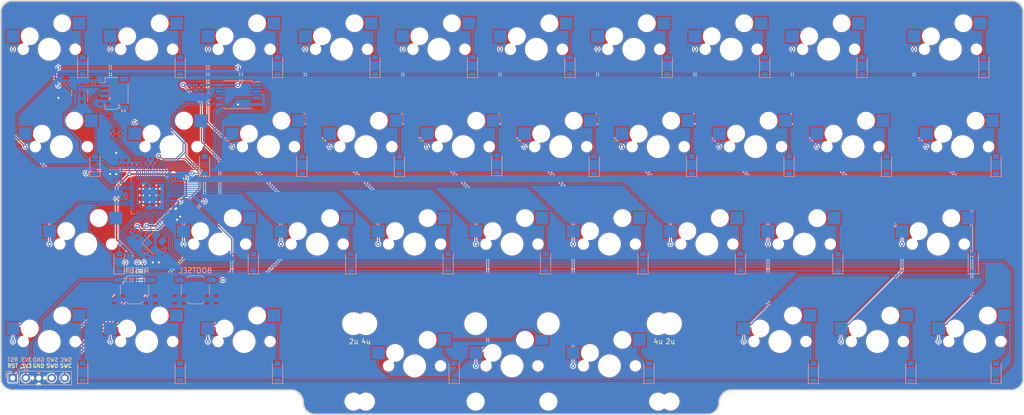
<source format=kicad_pcb>
(kicad_pcb (version 20221018) (generator pcbnew)
  (layers (0 "F.Cu" signal) (31 "B.Cu" signal) (34 "B.Paste" user) (35 "F.Paste" user) (36 "B.SilkS" user "B.Silkscreen") (37 "F.SilkS" user "F.Silkscreen") (38 "B.Mask" user) (39 "F.Mask" user) (44 "Edge.Cuts" user))
  (net 0 "")
  (net 1 "+1V1")
  (net 2 "GND")
  (net 3 "+3V3")
  (net 4 "XTAL_IN")
  (net 5 "Net-(C_Crystal2-Pad2)")
  (net 6 "+5V")
  (net 7 "row0")
  (net 8 "Net-(D1-A)")
  (net 9 "row1")
  (net 10 "Net-(D2-A)")
  (net 11 "row2")
  (net 12 "Net-(D3-A)")
  (net 13 "row3")
  (net 14 "Net-(D4-A)")
  (net 15 "Net-(D5-A)")
  (net 16 "Net-(D6-A)")
  (net 17 "Net-(D7-A)")
  (net 18 "Net-(D8-A)")
  (net 19 "Net-(D9-A)")
  (net 20 "Net-(D10-A)")
  (net 21 "Net-(D11-A)")
  (net 22 "Net-(D12-A)")
  (net 23 "Net-(D13-A)")
  (net 24 "Net-(D14-A)")
  (net 25 "Net-(D15-A)")
  (net 26 "Net-(D16-A)")
  (net 27 "Net-(D17-A)")
  (net 28 "Net-(D18-A)")
  (net 29 "Net-(D19-A)")
  (net 30 "Net-(D20-A)")
  (net 31 "Net-(D21-A)")
  (net 32 "Net-(D22-A)")
  (net 33 "Net-(D23-A)")
  (net 34 "Net-(D24-A)")
  (net 35 "Net-(D25-A)")
  (net 36 "Net-(D26-A)")
  (net 37 "Net-(D27-A)")
  (net 38 "Net-(D28-A)")
  (net 39 "Net-(D29-A)")
  (net 40 "Net-(D30-A)")
  (net 41 "Net-(D31-A)")
  (net 42 "Net-(D32-A)")
  (net 43 "Net-(D33-A)")
  (net 44 "Net-(D34-A)")
  (net 45 "Net-(D35-A)")
  (net 46 "Net-(D36-A)")
  (net 47 "Net-(D38-A)")
  (net 48 "D-")
  (net 49 "D+")
  (net 50 "RESET")
  (net 51 "SWDIO")
  (net 52 "SWCLK")
  (net 53 "col0")
  (net 54 "col1")
  (net 55 "col2")
  (net 56 "col3")
  (net 57 "col4")
  (net 58 "col5")
  (net 59 "col6")
  (net 60 "col7")
  (net 61 "col8")
  (net 62 "col9")
  (net 63 "XTAL_OUT")
  (net 64 "Net-(R_Flash1-Pad1)")
  (net 65 "CS")
  (net 66 "Net-(R_Flash2-Pad2)")
  (net 83 "SD3")
  (net 84 "QSPI_CLK")
  (net 85 "SD0")
  (net 86 "SD2")
  (net 87 "SD1")
  (net 88 "Net-(U1-USB_DP)")
  (net 89 "Net-(U1-USB_DM)")
  (footprint "Diode_SMD:D_SOD-123" (layer "B.Cu") (at 163.711075 79.771962 90)
    (fp_text reference "D21" hide)
    (fp_text value "1N4148W" hide)
  )
  (footprint "Diode_SMD:D_SOD-123" (layer "B.Cu") (at 177.998587 60.424371 90)
    (fp_text reference "D24" hide)
    (fp_text value "1N4148W" hide)
  )
  (footprint "MX_Only:MXOnly-1U-Hotswap" (layer "B.Cu") (at 209.55 57.15003 180)
    (fp_text reference "MX31" hide)
    (fp_text value "CPG151101S11")
  )
  (footprint "MX_Only:MXOnly-1.75U-Hotswap" (layer "B.Cu") (at 230.98125 95.25024 180)
    (fp_text reference "MX33")
    (fp_text value "CPG151101S11")
  )
  (footprint "Diode_SMD:D_SOD-123" (layer "B.Cu") (at 173.255922 98.821978 90)
    (fp_text reference "D22" hide)
    (fp_text value "1N4148W" hide)
  )
  (footprint "Resistor_SMD:R_0402_1005Metric" (layer "B.Cu") (at 86.915846 64.645056 -90)
    (fp_text reference "R_Flash2" hide)
    (fp_text value "5k1" hide)
  )
  (footprint "Resistor_SMD:R_0402_1005Metric" (layer "B.Cu") (at 52.036292 119.0626 180)
    (fp_text reference "R_RST1" hide)
    (fp_text value "5k1" hide)
  )
  (footprint "Capacitor_SMD:C_0402_1005Metric" (layer "B.Cu") (at 74.712158 79.772344 90)
    (fp_text reference "C_1V-Decoup1" hide)
    (fp_text value "1u" hide)
  )
  (footprint "Diode_SMD:D_SOD-123" (layer "B.Cu") (at 120.848742 60.424371 90)
    (fp_text reference "D13" hide)
    (fp_text value "1N4148W" hide)
  )
  (footprint "Capacitor_SMD:C_0402_1005Metric" (layer "B.Cu") (at 65.782197 63.802197 90)
    (fp_text reference "C_LD1" hide)
    (fp_text value "1u" hide)
  )
  (footprint "Diode_SMD:D_SOD-123" (layer "B.Cu") (at 225.623627 120.253246 90)
    (fp_text reference "D34" hide)
    (fp_text value "1N4148W" hide)
  )
  (footprint "MX_Only:MXOnly-1U-Hotswap" (layer "B.Cu") (at 57.15 114.30003 180)
    (fp_text reference "MX4" hide)
    (fp_text value "CPG151101S11")
  )
  (footprint "MX_Only:MXOnly-1U-Hotswap" (layer "B.Cu") (at 119.0625 76.20003 180)
    (fp_text reference "MX14" hide)
    (fp_text value "CPG151101S11")
  )
  (footprint "MX_Only:MXOnly-1U-Hotswap" (layer "B.Cu") (at 100.0125 76.20003 180)
    (fp_text reference "MX10" hide)
    (fp_text value "CPG151101S11")
  )
  (footprint "Diode_SMD:D_SOD-123" (layer "B.Cu") (at 174.426709 120.253246 90)
    (fp_text reference "D23" hide)
    (fp_text value "1N4148W" hide)
  )
  (footprint "Capacitor_SMD:C_0402_1005Metric" (layer "B.Cu") (at 74.753536 93.12473 -135)
    (fp_text reference "C_3V-Decoup8" hide)
    (fp_text value "100n" hide)
  )
  (footprint "Capacitor_SMD:C_0402_1005Metric" (layer "B.Cu") (at 77.39108 79.474686 90)
    (fp_text reference "C_1V-Decoup2" hide)
    (fp_text value "100n" hide)
  )
  (footprint "MX_Only:MXOnly-1U-Hotswap" (layer "B.Cu") (at 114.3 57.15003 180)
    (fp_text reference "MX13" hide)
    (fp_text value "CPG151101S11")
  )
  (footprint "Diode_SMD:D_SOD-123" (layer "B.Cu") (at 144.661059 79.636023 90)
    (fp_text reference "D17" hide)
    (fp_text value "1N4148W" hide)
  )
  (footprint "Diode_SMD:D_SOD-123" (layer "B.Cu") (at 206.573611 120.253246 90)
    (fp_text reference "D30" hide)
    (fp_text value "1N4148W" hide)
  )
  (footprint "Diode_SMD:D_SOD-123" (layer "B.Cu") (at 101.798694 60.424371 90)
    (fp_text reference "D9" hide)
    (fp_text value "1N4148W" hide)
  )
  (footprint "MX_Only:MXOnly-1U-Hotswap" (layer "B.Cu") (at 171.45 57.15003 180)
    (fp_text reference "MX24" hide)
    (fp_text value "CPG151101S11")
  )
  (footprint "Diode_SMD:D_SOD-123" (layer "B.Cu") (at 182.761091 79.771962 90)
    (fp_text reference "D25" hide)
    (fp_text value "1N4148W" hide)
  )
  (footprint "Resistor_SMD:R_0402_1005Metric" (layer "B.Cu") (at 69.651621 73.670355 -90)
    (fp_text reference "R_DATA2" hide)
    (fp_text value "27" hide)
  )
  (footprint "MX_Only:MXOnly-1U-Hotswap" (layer "B.Cu") (at 166.6875 95.25008 180)
    (fp_text reference "MX22" hide)
    (fp_text value "CPG151101S11")
  )
  (footprint "Diode_SMD:D_SOD-123" (layer "B.Cu") (at 216.098619 60.424371 90)
    (fp_text reference "D31" hide)
    (fp_text value "1N4148W" hide)
  )
  (footprint "MX_Only:MXOnly-1U-Hotswap" (layer "B.Cu") (at 133.35 57.15003 180)
    (fp_text reference "MX16" hide)
    (fp_text value "CPG151101S11")
  )
  (footprint "Connector_PinHeader_2.54mm:PinHeader_1x05_P2.54mm_Vertical" (layer "B.Cu") (at 50.006292 121.443852 -90)
    (fp_text reference "J2" hide)
    (fp_text value "SWD" hide)
  )
  (footprint "MX_Only:MXOnly-1U-Hotswap" (layer "B.Cu") (at 147.6375 95.25003 180)
    (fp_text reference "MX18" hide)
    (fp_text value "CPG151101S11")
  )
  (footprint "Diode_SMD:D_SOD-123" (layer "B.Cu") (at 239.911139 60.424371 90)
    (fp_text reference "D35" hide)
    (fp_text value "1N4148W" hide)
  )
  (footprint "Diode_SMD:D_SOD-123" (layer "B.Cu") (at 139.89879 60.424371 90)
    (fp_text reference "D16" hide)
    (fp_text value "1N4148W" hide)
  )
  (footprint "Button_Switch_SMD:SW_SPST_TL3342" (layer "B.Cu") (at 73.818936 104.17995)
    (fp_text reference "SW2" hide)
    (fp_text value "RESET")
  )
  (footprint "Diode_SMD:D_SOD-123" (layer "B.Cu") (at 136.326677 120.253246 90)
    (fp_text reference "D19" hide)
    (fp_text value "1N4148W" hide)
  )
  (footprint "MX_Only:MXOnly-1U-Hotswap" (layer "B.Cu") (at 128.5875 95.25008 180)
    (fp_text reference "MX15" hide)
    (fp_text value "CPG151101S11")
  )
  (footprint "Diode_SMD:D_SOD-123" (layer "B.Cu") (at 197.048603 60.424371 90)
    (fp_text reference "D27" hide)
    (fp_text value "1N4148W" hide)
  )
  (footprint "MX_Only:MXOnly-1U-Hotswap" (layer "B.Cu") (at 214.3125 76.20003 180)
    (fp_text reference "MX32" hide)
    (fp_text value "CPG151101S11")
  )
  (footprint "Capacitor_SMD:C_0402_1005Metric" (layer "B.Cu") (at 73.479401 92.612926 -135)
    (fp_text reference "C_1V-Decoup3" hide)
    (fp_text value "100n" hide)
  )
  (footprint "Diode_SMD:D_SOD-123" (layer "B.Cu") (at 66.079743 79.771962 90)
    (fp_text reference "D2" hide)
    (fp_text value "1N4148W" hide)
  )
  (footprint "Crystal:Crystal_SMD_3225-4Pin_3.2x2.5mm" (layer "B.Cu") (at 77.872156 94.838605 45)
    (fp_text reference "Y1" hide)
    (fp_text value "12MHz" hide)
  )
  (footprint "Diode_SMD:D_SOD-123" (layer "B.Cu") (at 154.205906 98.821978 90)
    (fp_text reference "D18" hide)
    (fp_text value "1N4148W" hide)
  )
  (footprint "Diode_SMD:D_SOD-123" (layer "B.Cu") (at 237.827943 98.822124 90)
    (fp_text reference "D33" hide)
    (fp_text value "1N4148W" hide)
  )
  (footprint "MX_Only:MXOnly-1U-Hotswap" (layer "B.Cu") (at 57.15 57.15003 180)
    (fp_text reference "MX1" hide)
    (fp_text value "CPG151101S11")
  )
  (footprint "Diode_SMD:D_SOD-123" (layer "B.Cu") (at 242.292391 120.253246 90)
    (fp_text reference "D37" hide)
    (fp_text value "1N4148W" hide)
  )
  (footprint "Capacitor_SMD:C_0402_1005Metric" (layer "B.Cu") (at 81.409463 82.451266 90)
    (fp_text reference "C_3V-Decoup6" hide)
    (fp_text value "100n" hide)
  )
  (footprint "Button_Switch_SMD:SW_SPST_TL3342" (layer "B.Cu") (at 85.725216 104.17995)
    (fp_text reference "SW1" hide)
    (fp_text value "BOOTSEL")
  )
  (footprint "MX_Only:MXOnly-1U-Hotswap" (layer "B.Cu") (at 138.1125 76.20003 180)
    (fp_text reference "MX17" hide)
    (fp_text value "CPG151101S11")
  )
  (footprint "Diode_SMD:D_SOD-123" (layer "B.Cu") (at 106.561027 79.771962 90)
    (fp_text reference "D10" hide)
    (fp_text value "1N4148W" hide)
  )
  (footprint "MX_Only:MXOnly-1U-Hotswap" (layer "B.Cu") (at 90.4875 95.25003 180)
    (fp_text reference "MX7" hide)
    (fp_text value "CPG151101S11")
  )
  (footprint "Diode_SMD:D_SOD-123" (layer "B.Cu") (at 63.698491 120.253246 90)
    (fp_text reference "D4" hide)
    (fp_text value "1N4148W" hide)
  )
  (footprint "MX_Only:MXOnly-1.5U-Hotswap" (layer "B.Cu") (at 233.3625 57.15003 180)
    (fp_text reference "MX35" hide)
    (fp_text value "CPG151101S11")
  )
  (footprint "Resistor_SMD:R_0402_1005Metric" (layer "B.Cu") (at 76.317289 93.283738 45)
    (fp_text reference "R_Crystal1" hide)
    (fp_text value "1k" hide)
  )
  (footprint "Capacitor_SMD:C_0402_1005Metric" (layer "B.Cu") (at 70.809091 83.125216 180)
    (fp_text reference "C_3V-Decoup5" hide)
    (fp_text value "100n" hide)
  )
  (footprint "MX_Only:MXOnly-1U-Hotswap" (layer "B.Cu") (at 185.7375 95.25003 180)
    (fp_text reference "MX26" hide)
    (fp_text value "CPG151101S11")
  )
  (footprint "MX_Only:MXOnly-1U-Hotswap" (layer "B.Cu") (at 95.25 114.30003 180)
    (fp_text reference "MX12" hide)
    (fp_text value "CPG151101S11")
  )
  (footprint "Capacitor_SMD:C_0402_1005Metric" (layer "B.Cu") (at 88.106472 64.615056 -90)
    (fp_text reference "C_Flash1" hide)
    (fp_text value "100n" hide)
  )
  (footprint "MX_Only:MXOnly-1.25U-Hotswap" (layer "B.Cu") (at 235.74375 76.20003 180)
    (fp_text reference "MX36" hide)
    (fp_text value "CPG151101S11")
  )
  (footprint "Capacitor_SMD:C_0402_1005Metric" (layer "B.Cu") (at 73.769184 79.772344 90)
    (fp_text reference "C_3V-Decoup7" hide)
    (fp_text value "100n" hide)
  )
  (footprint "Capacitor_SMD:C_0402_1005Metric" (layer "B.Cu") (at 71.289091 79.772344 90)
    (fp_text reference "C_3V-Decoup1" hide)
    (fp_text value "10u" hide)
  )
  (footprint "Diode_SMD:D_SOD-123" (layer "B.Cu") (at 87.511011 79.771962 90)
    (fp_text reference "D6" hide)
    (fp_text value "1N4148W" hide)
  )
  (footprint "Diode_SMD:D_SOD-123" (layer "B.Cu") (at 220.861123 79.771962 90)
    (fp_text reference "D32" hide)
    (fp_text value "1N4148W" hide)
  )
  (footprint "Capacitor_SMD:C_0402_1005Metric" (layer "B.Cu") (at 72.182065 85.925216 90)
    (fp_text reference "C_3V-Decoup4" hide)
    (fp_text value "100n" hide)
  )
  (footprint "Connector_JST:JST_SH_SM04B-SRSS-TB_1x04-1MP_P1.00mm_Horizontal" (layer "B.Cu") (at 69.875 65.782197 -90)
    (fp_text reference "J1" hide)
    (fp_text value "SM04B-SRSS-TB(LF)(SN)" hide)
  )
  (footprint "Capacitor_SMD:C_0402_1005Metric" (layer "B.Cu") (at 79.474419 96.440868 45)
    (fp_text reference "C_Crystal1" hide)
    (fp_text value "22p" hide)
  )
  (footprint "MX_Only:MXOnly-1U-Hotswap" (layer "B.Cu") (at 200.025 114.30003 180)
    (fp_text reference "MX30" hide)
    (fp_text value "CPG151101S11")
  )
  (footprint "MX_Only:MXOnly-1U-Hotswap" (layer "B.Cu") (at 95.25 57.15003 180)
    (fp_text reference "MX9" hide)
    (fp_text value "CPG151101S11")
  )
  (footprint "MX_Only:MXOnly-1U-Hotswap" (layer "B.Cu") (at 190.5 57.15003 180)
    (fp_text reference "MX27" hide)
    (fp_text value "CPG151101S11")
  )
  (footprint "Diode_SMD:D_SOD-123" (layer "B.Cu") (at 242.292391 79.771962 90)
    (fp_text reference "D36" hide)
    (fp_text value "1N4148W" hide)
  )
  (footprint "Diode_SMD:D_SOD-123" (layer "B.Cu") (at 192.305938 98.821978 90)
    (fp_text reference "D26" hide)
    (fp_text value "1N4148W" hide)
  )
  (footprint "MX_Only:MXOnly-1U-Hotswap" (layer "B.Cu") (at 109.5375 95.25008 180)
    (fp_text reference "MX11" hide)
    (fp_text value "CPG151101S11")
  )
  (footprint "Resistor_SMD:R_0402_1005Metric" (layer "B.Cu") (at 70.991433 73.670355 -90)
    (fp_text reference "R_DATA1" hide)
    (fp_text value "27" hide)
  )
  (footprint "MX_Only:MXOnly-2U-Hotswap-ReversedStabilizers" (layer "B.Cu") (at 147.6375 119.0628 180)
    (fp_text reference "MX38" hide)
    (fp_text value "CPG151101S11")
  )
  (footprint "Diode_SMD:D_SOD-123" (layer "B.Cu") (at 135.15589 98.821978 90)
    (fp_text reference "D15" hide)
    (fp_text value "1N4148W" hide)
  )
  (footprint "Diode_SMD:D_SOD-123" (layer "B.Cu") (at 125.611043 79.771962 90)
    (fp_text reference "D14" hide)
    (fp_text value "1N4148W" hide)
  )
  (footprint "Capacitor_SMD:C_0402_1005Metric" (layer "B.Cu") (at 75.977878 96.732882 135)
    (fp_text reference "C_Crystal2" hide)
    (fp_text value "22p" hide)
  )
  (footprint "MX_Only:MXOnly-1U-Hotswap" (layer "B.Cu") (at 76.2 57.15003 180)
    (fp_text reference "MX5" hide)
    (fp_text value "CPG151101S11")
  )
  (footprint "Resistor_SMD:R_0402_1005Metric" (layer "B.Cu") (at 84.534594 64.645056 -90)
    (fp_text reference "R_Flash1" hide)
    (fp_text value "1k" hide)
  )
  (footprint "MX_Only:MXOnly-1U-Hotswap" (layer "B.Cu") (at 76.2 114.30003 180)
    (fp_text reference "MX8" hide)
    (fp_text value "CPG151101S11")
  )
  (footprint "Diode_SMD:D_SOD-123" (layer "B.Cu") (at 116.105874 98.821978 90)
    (fp_text reference "D11" hide)
    (fp_text value "1N4148W" hide)
  )
  (footprint "Diode_SMD:D_SOD-123" (layer "B.Cu") (at 201.811107 79.771962 90)
    (fp_text reference "D28" hide)
    (fp_text value "1N4148W" hide)
  )
  (footprint "MX_Only:MXOnly-1U-Hotswap" (layer "B.Cu") (at 176.2125 76.20003 180)
    (fp_text reference "MX25" hide)
    (fp_text value "CPG151101S11")
  )
  (footprint "Capacitor_SMD:C_0402_1005Metric" (layer "B.Cu") (at 72.82621 79.772344 90)
    (fp_text reference "C_3V-Decoup2" hide)
    (fp_text value "1u" hide)
  )
  (footprint "MX_Only:MXOnly-1U-Hotswap" (layer "B.Cu") (at 195.2625 76.20003 180)
    (fp_text reference "MX28" hide)
    (fp_text value "CPG151101S11")
  )
  (footprint "MX_Only:MXOnly-2U-Hotswap-ReversedStabilizers" (layer "B.Cu") (at 166.6875 119.0628 180)
    (fp_text reference "MX23" hide)
    (fp_text value "CPG151101S11")
  )
  (footprint "Capacitor_SMD:C_0402_1005Metric" (layer "B.Cu") (at 60.424371 63.802197 90)
    (fp_text reference "C_LD2" hide)
    (fp_text value "1u" hide)
  )
  (footprint "MX_Only:MXOnly-2U-Hotswap-ReversedStabilizers" (layer "B.Cu") (at 128.5875 119.06253 180)
    (fp_text reference "MX19" hide)
    (fp_text value "CPG151101S11")
  )
  (footprint "Diode_SMD:D_SOD-123" (layer "B.Cu") (at 97.055858 98.821978 90)
    (fp_text reference "D7" hide)
    (fp_text value "1N4148W" hide)
  )
  (footprint "MX_Only:MXOnly-1U-Hotswap" (layer "B.Cu") (at 204.7875 95.25003 180)
    (fp_text reference "MX29" hide)
    (fp_text value "CPG151101S11")
  )
  (footprint "Capacitor_SMD:C_0402_1005Metric" (layer "B.Cu") (at 81.409463 87.362623 -90)
    (fp_text reference "C_3V-Decoup9" hide)
    (fp_text value "100n" hide)
  )
  (footprint "MX_Only:MXOnly-1U-Hotswap" (layer "B.Cu") (at 238.125 114.30003 180)
    (fp_text reference "MX37" hide)
    (fp_text value "CPG151101S11")
  )
  (footprint "MX_Only:MXOnly-1.25U-Hotswap" (layer "B.Cu") (at 59.53125 76.20003 180)
    (fp_text reference "MX2" hide)
    (fp_text value "CPG151101S11")
  )
  (footprint "Diode_SMD:D_SOD-123" (layer "B.Cu") (at 211.355954 98.821978 90)
    (fp_text reference "D29" hide)
    (fp_text value "1N4148W" hide)
  )
  (footprint "cipulot_parts:RP2040-QFN-56" (layer "B.Cu") (at 76.795506 85.725216 180)
    (fp_text reference "U1" hide)
    (fp_text value "RP2040" hide)
  )
  (footprint "MX_Only:MXOnly-1U-Hotswap" (layer "B.Cu") (at 152.4 57.15003 180)
    (fp_text reference "MX20" hide)
    (fp_text value "CPG151101S11")
  )
  (footprint "Diode_SMD:D_SOD-123" (layer "B.Cu") (at 82.748507 120.253246 90)
    (fp_text reference "D8" hide)
    (fp_text value "1N4148W" hide)
  )
  (footprint "Package_TO_SOT_SMD:SOT-23" (layer "B.Cu") (at 63.103284 65.782197 90)
    (fp_text reference "U3" hide)
    (fp_text value "XC6206P332MR" hide)
  )
  (footprint "Diode_SMD:D_SOD-123" (layer "B.Cu") (at 70.842604 98.809575 90)
    (fp_text reference "D3" hide)
    (fp_text value "1N4148W" hide)
  )
  (footprint "MX_Only:MXOnly-1U-Hotswap" (layer "B.Cu") (at 80.9625 76.20003 180)
    (fp_text reference "MX6" hide)
    (fp_text value "CPG151101S11")
  )
  (footprint "Diode_SMD:D_SOD-123" (layer "B.Cu") (at 82.748646 60.424371 90)
    (fp_text reference "D5" hide)
    (fp_text value "1N4148W" hide)
  )
  (footprint "Resistor_SMD:R_0402_1005Metric" (layer "B.Cu") (at 85.72522 64.645056 90)
    (fp_text reference "R_Flash3" hide)
    (fp_text value "5k1" hide)
  )
  (footprint "MX_Only:MXOnly-1U-Hotswap" (layer "B.Cu") (at 157.1625 76.20003 180)
    (fp_text reference "MX21" hide)
    (fp_text value "CPG151101S11")
  )
  (footprint "Package_SO:SOIC-8_5.23x5.23mm_P1.27mm" (layer "B.Cu") (at 94.059612 66.040056 180)
    (fp_text reference "U2" hide)
    (fp_text value "W25Q128JVS" hide)
  )
  (footprint "Capacitor_SMD:C_0402_1005Metric" (layer "B.Cu") (at 76.448106 79.474686 90)
    (fp_text reference "C_3V-Decoup3" hide)
    (fp_text value "100n" hide)
  )
  (footprint "Diode_SMD:D_SOD-123" (layer "B.Cu") (at 63.698598 60.424371 90)
    (fp_text reference "D1" hide)
    (fp_text value "1N4148W" hide)
  )
  (footprint "Diode_SMD:D_SOD-123" (layer "B.Cu") (at 158.948838 60.424371 90)
    (fp_text reference "D20" hide)
    (fp_text value "1N4148W" hide)
  )
  (footprint "MX_Only:MXOnly-1U-Hotswap" (layer "B.Cu") (at 219.075 114.30003 180)
    (fp_text reference "MX34" hide)
    (fp_text value "CPG151101S11")
  )
  (footprint "MX_Only:MXOnly-1.75U-Hotswap" (layer "B.Cu") (at 64.29375 95.25003 180)
    (fp_text reference "MX3")
    (fp_text value "CPG151101S11")
  )
  (footprint "Diode_SMD:D_SOD-123" (layer "B.Cu") (at 101.798523 120.253246 90)
    (fp_text reference "D12" hide)
    (fp_text value "1N4148W" hide)
  )
  (gr_arc (start 109.239786 128.58753) (mid 107.550813 128.004084) (end 106.769059 126.397256) (stroke (width 0.2)) (layer "Edge.Cuts"))
  (gr_arc (start 49.725 123.82503) (mid 48.186869 123.035241) (end 47.625 121.40003) (stroke (width 0.2)) (layer "Edge.Cuts"))
  (gr_line (start 247.65 50.010244) (end 247.65 121.711896) (stroke (width 0.2)) (layer "Edge.Cuts"))
  (gr_line (start 49.725 123.82503) (end 104.464786 123.82503) (stroke (width 0.2)) (layer "Edge.Cuts"))
  (gr_arc (start 245.575 47.62503) (mid 247.092523 48.400045) (end 247.65 50.010244) (stroke (width 0.2)) (layer "Edge.Cuts"))
  (gr_line (start 190.5 123.82503) (end 245.239786 123.82503) (stroke (width 0.2)) (layer "Edge.Cuts"))
  (gr_line (start 47.625 121.40003) (end 47.625 49.722975) (stroke (width 0.2)) (layer "Edge.Cuts"))
  (gr_arc (start 188.195727 126.368042) (mid 188.821152 124.619273) (end 190.5 123.82503) (stroke (width 0.2)) (layer "Edge.Cuts"))
  (gr_arc (start 188.195727 126.368042) (mid 187.420065 127.989525) (end 185.725 128.58753) (stroke (width 0.2)) (layer "Edge.Cuts"))
  (gr_line (start 109.239786 128.58753) (end 185.725 128.58753) (stroke (width 0.2)) (layer "Edge.Cuts"))
  (gr_arc (start 104.464786 123.82503) (mid 106.149643 124.633917) (end 106.769059 126.397256) (stroke (width 0.2)) (layer "Edge.Cuts"))
  (gr_arc (start 47.625 49.722975) (mid 48.40254 48.190719) (end 50.025 47.62503) (stroke (width 0.2)) (layer "Edge.Cuts"))
  (gr_line (start 50.025 47.62503) (end 245.575 47.62503) (stroke (width 0.2)) (layer "Edge.Cuts"))
  (gr_arc (start 247.65 121.711896) (mid 246.870195 123.253556) (end 245.239786 123.82503) (stroke (width 0.2)) (layer "Edge.Cuts"))
  (gr_text "GND" (at 55.066545 117.872172) (layer "B.SilkS") (effects (font (size 0.75 0.75)) (justify mirror)))
  (gr_text "SWC" (at 60.424371 117.871974) (layer "B.SilkS") (effects (font (size 0.75 0.75)) (justify mirror)))
  (gr_text "SWD\n" (at 57.745361 117.871974) (layer "B.SilkS") (effects (font (size 0.75 0.75)) (justify mirror)))
  (gr_text "3V3" (at 52.685289 117.871974) (layer "B.SilkS") (effects (font (size 0.75 0.75)) (justify mirror)))
  (gr_text "RST" (at 50.006292 117.871974) (layer "B.SilkS") (effects (font (size 0.75 0.75)) (justify mirror)))
  (gr_text "SWC" (at 60.424371 119.0628) (layer "F.SilkS") (effects (font (size 0.75 0.75))))
  (gr_text "RST" (at 50.006389 119.0628) (layer "F.SilkS") (effects (font (size 0.75 0.75))))
  (gr_text "4u" (at 119.075 114.300116) (layer "F.SilkS") (effects (font (size 1 1))))
  (gr_text "3V3" (at 52.685289 119.0628) (layer "F.SilkS") (effects (font (size 0.75 0.75))))
  (gr_text "SWD\n" (at 57.745458 119.0628) (layer "F.SilkS") (effects (font (size 0.75 0.75))))
  (gr_text "GND" (at 55.066642 119.062998) (layer "F.SilkS") (effects (font (size 0.75 0.75))))
  (gr_text "4u" (at 176.212648 114.300116) (layer "F.SilkS") (effects (font (size 1 1))))
  (gr_text "2u" (at 116.681348 114.300116) (layer "F.SilkS") (effects (font (size 1 1))))
  (gr_text "2u" (at 178.5939 114.300116) (layer "F.SilkS") (effects (font (size 1 1))))
  (segment (start 78.476629 92.378202) (end 86.425072 84.429759) (width 0.2) (layer "F.Cu") (net 1))
  (segment (start 74.414125 91.678202) (end 75.114125 92.378202) (width 0.2) (layer "F.Cu") (net 1))
  (segment (start 75.114125 92.378202) (end 78.476629 92.378202) (width 0.2) (layer "F.Cu") (net 1))
  (segment (start 83.705071 78.54793) (end 79.143243 78.54793) (width 0.2) (layer "F.Cu") (net 1))
  (segment (start 86.425072 81.267931) (end 83.705071 78.54793) (width 0.2) (layer "F.Cu") (net 1))
  (segment (start 79.143243 78.54793) (end 78.581316 77.986003) (width 0.2) (layer "F.Cu") (net 1))
  (segment (start 86.425072 84.429759) (end 86.425072 81.267931) (width 0.2) (layer "F.Cu") (net 1))
  (via (at 74.414125 91.678202) (size 0.8) (drill 0.4) (layers "F.Cu" "B.Cu") (net 1))
  (via (at 78.581316 77.986003) (size 0.8) (drill 0.4) (layers "F.Cu" "B.Cu") (net 1))
  (segment (start 76.195506 89.162716) (end 76.195506 90.492134) (width 0.2) (layer "B.Cu") (net 1))
  (segment (start 74.712158 80.843778) (end 74.712158 80.252344) (width 0.2) (layer "B.Cu") (net 1))
  (segment (start 74.995506 83.329888) (end 74.414125 83.911269) (width 0.2) (layer "B.Cu") (net 1))
  (segment (start 77.39108 80.321254) (end 76.995506 80.716828) (width 0.2) (layer "B.Cu") (net 1))
  (segment (start 74.414125 83.911269) (end 74.414125 87.511011) (width 0.2) (layer "B.Cu") (net 1))
  (segment (start 74.995506 81.127126) (end 74.712158 80.843778) (width 0.2) (layer "B.Cu") (net 1))
  (segment (start 75.009438 91.678202) (end 74.414125 91.678202) (width 0.2) (layer "B.Cu") (net 1))
  (segment (start 78.581316 78.76445) (end 78.581316 77.986003) (width 0.2) (layer "B.Cu") (net 1))
  (segment (start 76.195506 88.630241) (end 75.671589 88.106324) (width 0.2) (layer "B.Cu") (net 1))
  (segment (start 75.671589 88.106324) (end 75.009438 88.106324) (width 0.2) (layer "B.Cu") (net 1))
  (segment (start 76.195506 89.162716) (end 76.195506 88.630241) (width 0.2) (layer "B.Cu") (net 1))
  (segment (start 76.995506 80.716828) (end 76.995506 82.287716) (width 0.2) (layer "B.Cu") (net 1))
  (segment (start 74.995506 83.329888) (end 74.995506 82.287716) (width 0.2) (layer "B.Cu") (net 1))
  (segment (start 77.39108 79.954686) (end 78.581316 78.76445) (width 0.2) (layer "B.Cu") (net 1))
  (segment (start 74.414125 91.678202) (end 73.818812 92.273515) (width 0.25) (layer "B.Cu") (net 1))
  (segment (start 74.995506 82.287716) (end 74.995506 81.127126) (width 0.2) (layer "B.Cu") (net 1))
  (segment (start 77.39108 79.954686) (end 77.39108 80.321254) (width 0.2) (layer "B.Cu") (net 1))
  (segment (start 75.009438 88.106324) (end 74.414125 87.511011) (width 0.2) (layer "B.Cu") (net 1))
  (segment (start 76.195506 90.492134) (end 75.009438 91.678202) (width 0.2) (layer "B.Cu") (net 1))
  (via (at 82.748507 89.892263) (size 0.8) (drill 0.4) (layers "F.Cu" "B.Cu") (net 2))
  (via (at 70.246934 77.39069) (size 0.8) (drill 0.4) (layers "F.Cu" "B.Cu") (net 2))
  (via (at 82.153194 90.487576) (size 0.8) (drill 0.4) (layers "F.Cu" "B.Cu") (net 2))
  (via (at 94.059454 67.945056) (size 0.8) (drill 0.4) (layers "F.Cu" "B.Cu") (net 2))
  (via (at 77.39069 98.821958) (size 0.8) (drill 0.4) (layers "F.Cu" "B.Cu") (net 2))
  (via (at 69.056308 81.557881) (size 0.8) (drill 0.4) (layers "F.Cu" "B.Cu") (net 2))
  (via (at 78.581316 98.821958) (size 0.8) (drill 0.4) (layers "F.Cu" "B.Cu") (net 2))
  (via (at 58.935987 66.675056) (size 0.8) (drill 0.4) (layers "F.Cu" "B.Cu") (net 2))
  (via (at 70.246934 81.557881) (size 0.8) (drill 0.4) (layers "F.Cu" "B.Cu") (net 2))
  (segment (start 77.172119 96.217463) (end 76.317289 97.072293) (width 0.2) (layer "B.Cu") (net 2))
  (segment (start 73.651794 93.464141) (end 73.13999 92.952337) (width 0.3) (layer "B.Cu") (net 2))
  (segment (start 77.795506 87.275216) (end 78.070506 87.000216) (width 0.2) (layer "B.Cu") (net 2))
  (segment (start 77.695379 96.217463) (end 78.572192 96.217463) (width 0.2) (layer "B.Cu") (net 2))
  (segment (start 77.881775 93.626905) (end 77.881775 96.031067) (width 0.5) (layer "B.Cu") (net 2))
  (segment (start 73.13999 92.952337) (end 73.13999 94.828374) (width 0.3) (layer "B.Cu") (net 2))
  (segment (start 75.41429 97.102674) (end 76.286908 97.102674) (width 0.3) (layer "B.Cu") (net 2))
  (segment (start 78.572192 96.217463) (end 79.135008 96.780279) (width 0.2) (layer "B.Cu") (net 2))
  (segment (start 77.795506 89.162716) (end 77.795506 87.275216) (width 0.2) (layer "B.Cu") (net 2))
  (segment (start 74.414125 93.464141) (end 73.651794 93.464141) (width 0.3) (layer "B.Cu") (net 2))
  (segment (start 73.13999 94.828374) (end 75.41429 97.102674) (width 0.3) (layer "B.Cu") (net 2))
  (segment (start 76.498106 78.994686) (end 77.39108 78.994686) (width 0.5) (layer "B.Cu") (net 2))
  (segment (start 73.223499 97.290838) (end 70.329091 94.39643) (width 0.3) (layer "F.Cu") (net 3))
  (segment (start 77.952928 91.678202) (end 76.200064 91.678202) (width 0.3) (layer "F.Cu") (net 3))
  (segment (start 94.654767 63.539743) (end 94.059454 64.135056) (width 0.3) (layer "F.Cu") (net 3))
  (segment (start 58.094957 120.243852) (end 73.223499 105.11531) (width 0.3) (layer "F.Cu") (net 3))
  (segment (start 70.329091 86.405216) (end 70.329091 84.055) (width 0.3) (layer "F.Cu") (net 3))
  (segment (start 83.939133 85.691997) (end 82.748507 86.882623) (width 0.3) (layer "F.Cu") (net 3))
  (segment (start 94.654767 61.317239) (end 94.654767 63.539743) (width 0.3) (layer "F.Cu") (net 3))
  (segment (start 70.329091 84.055) (end 72.82621 81.557881) (width 0.3) (layer "F.Cu") (net 3))
  (segment (start 53.746292 120.243852) (end 58.094957 120.243852) (width 0.3) (layer "F.Cu") (net 3))
  (segment (start 83.939133 82.451266) (end 83.939133 85.691997) (width 0.3) (layer "F.Cu") (net 3))
  (segment (start 73.223499 105.11531) (end 73.223499 97.290838) (width 0.3) (layer "F.Cu") (net 3))
  (segment (start 58.352281 63.698491) (end 58.935987 64.282197) (width 0.3) (layer "F.Cu") (net 3))
  (segment (start 52.546292 121.443852) (end 53.746292 120.243852) (width 0.3) (layer "F.Cu") (net 3))
  (segment (start 70.329091 94.39643) (end 70.329091 86.405216) (width 0.3) (layer "F.Cu") (net 3))
  (segment (start 58.935987 60.721926) (end 58.340674 61.317239) (width 0.3) (layer "F.Cu") (net 3))
  (segment (start 83.045748 81.557881) (end 83.939133 82.451266) (width 0.3) (layer "F.Cu") (net 3))
  (segment (start 82.748507 86.882623) (end 77.952928 91.678202) (width 0.3) (layer "F.Cu") (net 3))
  (segment (start 72.82621 81.557881) (end 83.045748 81.557881) (width 0.3) (layer "F.Cu") (net 3))
  (segment (start 94.059454 60.721926) (end 94.654767 61.317239) (width 0.3) (layer "F.Cu") (net 3))
  (segment (start 58.340674 61.317239) (end 58.340674 63.698491) (width 0.3) (layer "F.Cu") (net 3))
  (segment (start 58.340674 63.698491) (end 58.352281 63.698491) (width 0.3) (layer "F.Cu") (net 3))
  (via (at 58.935987 60.721926) (size 0.8) (drill 0.4) (layers "F.Cu" "B.Cu") (net 3))
  (via (at 94.059454 64.135056) (size 0.8) (drill 0.4) (layers "F.Cu" "B.Cu") (net 3))
  (via (at 72.82621 81.557881) (size 0.8) (drill 0.4) (layers "F.Cu" "B.Cu") (net 3))
  (via (at 82.748507 86.882623) (size 0.8) (drill 0.4) (layers "F.Cu" "B.Cu") (net 3))
  (via (at 94.059454 60.721926) (size 0.8) (drill 0.4) (layers "F.Cu" "B.Cu") (net 3))
  (via (at 76.200064 91.678202) (size 0.8) (drill 0.4) (layers "F.Cu" "B.Cu") (net 3))
  (via (at 58.935987 64.282197) (size 0.8) (drill 0.4) (layers "F.Cu" "B.Cu") (net 3))
  (via (at 83.939133 82.451266) (size 0.8) (drill 0.4) (layers "F.Cu" "B.Cu") (net 3))
  (via (at 70.329091 86.405216) (size 0.8) (drill 0.4) (layers "F.Cu" "B.Cu") (net 3))
  (segment (start 71.289091 80.252344) (end 71.289091 83.125216) (width 0.3) (layer "B.Cu") (net 3))
  (segment (start 71.289091 80.252344) (end 73.819184 80.252344) (width 0.3) (layer "B.Cu") (net 3))
  (segment (start 83.459133 82.931266) (end 83.939133 82.451266) (width 0.3) (layer "B.Cu") (net 3))
  (segment (start 80.233006 83.125216) (end 81.215513 83.125216) (width 0.2) (layer "B.Cu") (net 3))
  (segment (start 76.900531 83.125216) (end 80.233006 83.125216) (width 0.2) (layer "B.Cu") (net 3))
  (segment (start 74.595506 81.292811) (end 73.769184 80.466489) (width 0.2) (layer "B.Cu") (net 3))
  (segment (start 81.409463 82.931266) (end 83.459133 82.931266) (width 0.3) (layer "B.Cu") (net 3))
  (segment (start 63.33225 77.124469) (end 63.33225 75.073693) (width 0.3) (layer "B.Cu") (net 3))
  (segment (start 67.611015 78.921962) (end 65.129743 78.921962) (width 0.3) (layer "B.Cu") (net 3))
  (segment (start 81.215513 83.125216) (end 81.409463 82.931266) (width 0.2) (layer "B.Cu") (net 3))
  (segment (start 62.153284 67.865682) (end 60.16725 69.851716) (width 0.3) (layer "B.Cu") (net 3))
  (segment (start 60.16725 71.908693) (end 63.33225 75.073693) (width 0.3) (layer "B.Cu") (net 3))
  (segment (start 71.289091 80.252344) (end 68.941397 80.252344) (width 0.3) (layer "B.Cu") (net 3))
  (segment (start 72.182065 86.405216) (end 70.329091 86.405216) (width 0.3) (layer "B.Cu") (net 3))
  (segment (start 74.195506 82.287716) (end 74.195506 80.892811) (width 0.2) (layer "B.Cu") (net 3))
  (segment (start 65.129743 78.921962) (end 63.33225 77.124469) (width 0.3) (layer "B.Cu") (net 3))
  (segment (start 60.424371 64.282197) (end 58.935987 64.282197) (width 0.3) (layer "B.Cu") (net 3))
  (segment (start 72.82621 81.557881) (end 72.82621 80.252344) (width 0.3) (layer "B.Cu") (net 3))
  (segment (start 90.459612 64.135056) (end 94.059454 64.135056) (width 0.3) (layer "B.Cu") (net 3))
  (segment (start 76.595506 82.287716) (end 76.595506 80.052086) (width 0.2) (layer "B.Cu") (net 3))
  (segment (start 76.595506 82.820191) (end 76.900531 83.125216) (width 0.2) (layer "B.Cu") (net 3))
  (segment (start 62.153284 66.01111) (end 60.424371 64.282197) (width 0.3) (layer "B.Cu") (net 3))
  (segment (start 60.16725 69.851716) (end 60.16725 71.908693) (width 0.3) (layer "B.Cu") (net 3))
  (segment (start 82.748507 86.882623) (end 81.409463 86.882623) (width 0.3) (layer "B.Cu") (net 3))
  (segment (start 68.941397 80.252344) (end 67.611015 78.921962) (width 0.3) (layer "B.Cu") (net 3))
  (segment (start 76.195506 82.287716) (end 76.195506 81.065318) (width 0.2) (layer "B.Cu") (net 3))
  (segment (start 76.595506 91.28276) (end 75.092947 92.785319) (width 0.2) (layer "B.Cu") (net 3))
  (segment (start 73.358006 86.725216) (end 72.404119 86.725216) (width 0.2) (layer "B.Cu") (net 3))
  (segment (start 72.404119 86.725216) (end 72.182065 86.503162) (width 0.2) (layer "B.Cu") (net 3))
  (segment (start 76.595506 82.287716) (end 76.595506 82.820191) (width 0.2) (layer "B.Cu") (net 3))
  (segment (start 73.358006 83.125216) (end 71.289091 83.125216) (width 0.2) (layer "B.Cu") (net 3))
  (segment (start 76.595506 80.665318) (end 76.595506 80.052086) (width 0.2) (layer "B.Cu") (net 3))
  (segment (start 73.769184 80.466489) (end 73.769184 80.252344) (width 0.2) (layer "B.Cu") (net 3))
  (segment (start 74.595506 82.287716) (end 74.595506 81.292811) (width 0.2) (layer "B.Cu") (net 3))
  (segment (start 62.153284 66.719697) (end 62.153284 66.01111) (width 0.3) (layer "B.Cu") (net 3))
  (segment (start 76.195506 81.065318) (end 76.595506 80.665318) (width 0.2) (layer "B.Cu") (net 3))
  (segment (start 76.595506 89.162716) (end 76.595506 91.28276) (width 0.2) (layer "B.Cu") (net 3))
  (segment (start 80.233006 86.725216) (end 81.252056 86.725216) (width 0.2) (layer "B.Cu") (net 3))
  (segment (start 62.153284 66.719697) (end 62.153284 67.865682) (width 0.3) (layer "B.Cu") (net 3))
  (segment (start 58.935987 60.721926) (end 94.059454 60.721926) (width 0.3) (layer "B.Cu") (net 3))
  (segment (start 90.459612 64.135056) (end 88.106472 64.135056) (width 0.3) (layer "B.Cu") (net 3))
  (segment (start 88.106472 64.135056) (end 86.915846 64.135056) (width 0.3) (layer "B.Cu") (net 3))
  (segment (start 52.546292 119.0626) (end 52.546292 121.443852) (width 0.3) (layer "B.Cu") (net 3))
  (segment (start 79.745989 94.166853) (end 79.251014 94.661828) (width 0.2) (layer "B.Cu") (net 4))
  (segment (start 77.395506 91.392104) (end 79.745989 93.742587) (width 0.2) (layer "B.Cu") (net 4))
  (segment (start 79.251014 94.661828) (end 79.251014 95.538641) (width 0.2) (layer "B.Cu") (net 4))
  (segment (start 79.251014 95.538641) (end 79.81383 96.101457) (width 0.2) (layer "B.Cu") (net 4))
  (segment (start 77.395506 89.162716) (end 77.395506 91.392104) (width 0.2) (layer "B.Cu") (net 4))
  (segment (start 79.745989 93.742587) (end 79.745989 94.166853) (width 0.2) (layer "B.Cu") (net 4))
  (segment (start 76.493298 95.015382) (end 76.493298 94.180995) (width 0.2) (layer "B.Cu") (net 5))
  (segment (start 76.493298 94.180995) (end 75.956665 93.644362) (width 0.2) (layer "B.Cu") (net 5))
  (segment (start 76.493298 95.53864) (end 75.638467 96.393471) (width 0.2) (layer "B.Cu") (net 5))
  (segment (start 67.875 64.282197) (end 63.665784 64.282197) (width 0.3) (layer "B.Cu") (net 6))
  (segment (start 63.665784 64.282197) (end 63.103284 64.844697) (width 0.3) (layer "B.Cu") (net 6))
  (segment (start 63.698598 62.074371) (end 58.774168 62.074371) (width 0.2) (layer "B.Cu") (net 7))
  (segment (start 50.87125 69.977289) (end 50.87125 75.874396) (width 0.2) (layer "B.Cu") (net 7))
  (segment (start 69.148683 83.925216) (end 73.358006 83.925216) (width 0.2) (layer "B.Cu") (net 7))
  (segment (start 54.768796 79.771942) (end 66.079723 79.771942) (width 0.2) (layer "B.Cu") (net 7))
  (segment (start 66.979743 81.756276) (end 69.148683 83.925216) (width 0.2) (layer "B.Cu") (net 7))
  (segment (start 58.774168 62.074371) (end 50.87125 69.977289) (width 0.2) (layer "B.Cu") (net 7))
  (segment (start 63.698598 62.074371) (end 239.911139 62.074371) (width 0.2) (layer "B.Cu") (net 7))
  (segment (start 66.079723 79.771942) (end 66.979743 80.671962) (width 0.2) (layer "B.Cu") (net 7))
  (segment (start 50.87125 75.874396) (end 54.768796 79.771942) (width 0.2) (layer "B.Cu") (net 7))
  (segment (start 66.979743 80.671962) (end 66.979743 81.756276) (width 0.2) (layer "B.Cu") (net 7))
  (segment (start 63.698598 52.776628) (end 63.698598 59.071946) (width 0.2) (layer "B.Cu") (net 8))
  (segment (start 84.565678 80.857881) (end 85.129759 81.421962) (width 0.2) (layer "F.Cu") (net 9))
  (segment (start 64.857885 80.857881) (end 84.565678 80.857881) (width 0.2) (layer "F.Cu") (net 9))
  (segment (start 64.293804 81.421962) (end 64.857885 80.857881) (width 0.2) (layer "F.Cu") (net 9))
  (via (at 85.129759 81.421962) (size 0.8) (drill 0.4) (layers "F.Cu" "B.Cu") (net 9))
  (via (at 64.293804 81.421962) (size 0.8) (drill 0.4) (layers "F.Cu" "B.Cu") (net 9))
  (segment (start 66.079743 81.421962) (end 68.982997 84.325216) (width 0.2) (layer "B.Cu") (net 9))
  (segment (start 242.292391 81.421962) (end 87.511011 81.421962) (width 0.2) (layer "B.Cu") (net 9))
  (segment (start 64.293804 81.421962) (end 66.079743 81.421962) (width 0.2) (layer "B.Cu") (net 9))
  (segment (start 85.129759 81.421962) (end 87.511011 81.421962) (width 0.2) (layer "B.Cu") (net 9))
  (segment (start 68.982997 84.325216) (end 73.358006 84.325216) (width 0.2) (layer "B.Cu") (net 9))
  (segment (start 66.079743 71.826523) (end 66.079743 78.121962) (width 0.2) (layer "B.Cu") (net 10))
  (segment (start 69.651621 99.268592) (end 70.842604 100.459575) (width 0.2) (layer "B.Cu") (net 11))
  (segment (start 73.358006 87.525216) (end 66.856774 87.525216) (width 0.2) (layer "B.Cu") (net 11))
  (segment (start 69.651621 97.287307) (end 69.651621 99.268592) (width 0.2) (layer "B.Cu") (net 11))
  (segment (start 70.842604 100.459575) (end 237.815394 100.459575) (width 0.2) (layer "B.Cu") (net 11))
  (segment (start 64.979912 92.615598) (end 69.651621 97.287307) (width 0.2) (layer "B.Cu") (net 11))
  (segment (start 64.979912 89.402078) (end 64.979912 92.615598) (width 0.2) (layer "B.Cu") (net 11))
  (segment (start 66.856774 87.525216) (end 64.979912 89.402078) (width 0.2) (layer "B.Cu") (net 11))
  (segment (start 70.803246 90.837526) (end 70.803246 97.120217) (width 0.2) (layer "B.Cu") (net 12))
  (segment (start 63.698491 121.903246) (end 242.292391 121.903246) (width 0.2) (layer "B.Cu") (net 13))
  (segment (start 243.682566 98.515096) (end 245.542 100.37453) (width 0.2) (layer "B.Cu") (net 13))
  (segment (start 92.868828 97.036019) (end 94.347904 98.515095) (width 0.2) (layer "B.Cu") (net 13))
  (segment (start 84.504846 85.925216) (end 92.868828 94.289198) (width 0.2) (layer "B.Cu") (net 13))
  (segment (start 80.233006 85.925216) (end 84.504846 85.925216) (width 0.2) (layer "B.Cu") (net 13))
  (segment (start 245.542 118.653637) (end 242.292391 121.903246) (width 0.2) (layer "B.Cu") (net 13))
  (segment (start 92.868828 94.289198) (end 92.868828 97.036019) (width 0.2) (layer "B.Cu") (net 13))
  (segment (start 94.347904 98.515095) (end 243.682566 98.515096) (width 0.2) (layer "B.Cu") (net 13))
  (segment (start 245.542 100.37453) (end 245.542 118.653637) (width 0.2) (layer "B.Cu") (net 13))
  (segment (start 63.698491 109.926521) (end 63.698491 118.603246) (width 0.2) (layer "B.Cu") (net 14))
  (segment (start 82.748646 52.776676) (end 82.748646 59.071946) (width 0.2) (layer "B.Cu") (net 15))
  (segment (start 87.511011 71.826541) (end 87.511011 78.121962) (width 0.2) (layer "B.Cu") (net 16))
  (segment (start 97.055858 90.89616) (end 97.055858 97.171978) (width 0.2) (layer "B.Cu") (net 17))
  (segment (start 82.748507 109.926537) (end 82.748507 118.603246) (width 0.2) (layer "B.Cu") (net 18))
  (segment (start 101.798523 52.776553) (end 101.798523 59.071946) (width 0.2) (layer "B.Cu") (net 19))
  (segment (start 106.561027 71.826557) (end 106.561027 78.121962) (width 0.2) (layer "B.Cu") (net 20))
  (segment (start 116.105874 90.916009) (end 116.105874 97.171978) (width 0.2) (layer "B.Cu") (net 21))
  (segment (start 101.798523 109.926553) (end 101.798523 118.603246) (width 0.2) (layer "B.Cu") (net 22))
  (segment (start 120.848539 52.776569) (end 120.848539 59.071946) (width 0.2) (layer "B.Cu") (net 23))
  (segment (start 125.611043 71.826573) (end 125.611043 78.121962) (width 0.2) (layer "B.Cu") (net 24))
  (segment (start 135.15589 90.915737) (end 135.15589 97.171978) (width 0.2) (layer "B.Cu") (net 25))
  (segment (start 139.898555 52.776585) (end 139.898555 59.071946) (width 0.2) (layer "B.Cu") (net 26))
  (segment (start 144.661059 71.826589) (end 144.661059 77.986023) (width 0.2) (layer "B.Cu") (net 27))
  (segment (start 154.205906 90.915703) (end 154.205906 97.171978) (width 0.2) (layer "B.Cu") (net 28))
  (segment (start 134.4295 113.98253) (end 147.555278 113.98253) (width 0.2) (layer "B.Cu") (net 29))
  (segment (start 149.409008 112.1288) (end 151.6255 112.1288) (width 0.2) (layer "B.Cu") (net 29))
  (segment (start 134.4295 116.706069) (end 136.326677 118.603246) (width 0.2) (layer "B.Cu") (net 29))
  (segment (start 151.6255 112.1288) (end 153.4795 113.9828) (width 0.2) (layer "B.Cu") (net 29))
  (segment (start 134.4295 113.98253) (end 134.4295 116.706069) (width 0.2) (layer "B.Cu") (net 29))
  (segment (start 147.555278 113.98253) (end 149.409008 112.1288) (width 0.2) (layer "B.Cu") (net 29))
  (segment (start 158.948838 52.776868) (end 158.948838 59.071946) (width 0.2) (layer "B.Cu") (net 30))
  (segment (start 158.948571 52.776601) (end 158.948571 59.071946) (width 0.2) (layer "B.Cu") (net 30))
  (segment (start 163.711075 71.826605) (end 163.711075 78.121962) (width 0.2) (layer "B.Cu") (net 31))
  (segment (start 173.255922 90.896362) (end 173.255922 97.171978) (width 0.2) (layer "B.Cu") (net 32))
  (segment (start 172.5295 116.706037) (end 174.426709 118.603246) (width 0.2) (layer "B.Cu") (net 33))
  (segment (start 172.5295 113.98253) (end 172.5295 116.706037) (width 0.2) (layer "B.Cu") (net 33))
  (segment (start 177.998587 52.776617) (end 177.998587 59.071946) (width 0.2) (layer "B.Cu") (net 34))
  (segment (start 182.761091 71.826621) (end 182.761091 78.121962) (width 0.2) (layer "B.Cu") (net 35))
  (segment (start 192.305938 90.915735) (end 192.305938 97.171978) (width 0.2) (layer "B.Cu") (net 36))
  (segment (start 197.048603 52.776633) (end 197.048603 59.071946) (width 0.2) (layer "B.Cu") (net 37))
  (segment (start 201.811107 71.826637) (end 201.811107 78.121962) (width 0.2) (layer "B.Cu") (net 38))
  (segment (start 211.355954 90.915751) (end 211.355954 97.171978) (width 0.2) (layer "B.Cu") (net 39))
  (segment (start 206.573611 109.926641) (end 206.573611 118.603246) (width 0.2) (layer "B.Cu") (net 40))
  (segment (start 216.098619 52.776649) (end 216.098619 59.071946) (width 0.2) (layer "B.Cu") (net 41))
  (segment (start 220.861123 71.826653) (end 220.861123 78.121962) (width 0.2) (layer "B.Cu") (net 42))
  (segment (start 237.827943 91.174351) (end 237.827943 97.172124) (width 0.2) (layer "B.Cu") (net 43))
  (segment (start 225.623627 109.926657) (end 225.623627 118.603246) (width 0.2) (layer "B.Cu") (net 44))
  (segment (start 239.911139 52.776669) (end 239.911139 59.071946) (width 0.2) (layer "B.Cu") (net 45))
  (segment (start 242.292391 71.826671) (end 242.292391 78.121962) (width 0.2) (layer "B.Cu") (net 46))
  (segment (start 244.434 109.68703) (end 244.434 116.461637) (width 0.2) (layer "B.Cu") (net 47))
  (segment (start 244.434 116.461637) (end 242.292391 118.603246) (width 0.2) (layer "B.Cu") (net 47))
  (segment (start 66.582413 65.557197) (end 65.110931 67.028679) (width 0.2) (layer "B.Cu") (net 48))
  (segment (start 67.125 65.557197) (end 66.582413 65.557197) (width 0.2) (layer "B.Cu") (net 48))
  (segment (start 70.096527 72.235448) (end 70.096527 72.051846) (width 0.2) (layer "B.Cu") (net 48))
  (segment (start 70.096527 72.051846) (end 67.475166 69.430485) (width 0.2) (layer "B.Cu") (net 48))
  (segment (start 69.651621 72.680354) (end 70.096527 72.235448) (width 0.2) (layer "B.Cu") (net 48))
  (segment (start 65.110931 68.256882) (end 66.284534 69.430485) (width 0.2) (layer "B.Cu") (net 48))
  (segment (start 66.284534 69.430485) (end 67.475166 69.430485) (width 0.2) (layer "B.Cu") (net 48))
  (segment (start 69.651621 73.160355) (end 69.651621 72.680354) (width 0.2) (layer "B.Cu") (net 48))
  (segment (start 67.4 65.282197) (end 67.125 65.557197) (width 0.2) (layer "B.Cu") (net 48))
  (segment (start 65.110931 67.028679) (end 65.110931 68.256882) (width 0.2) (layer "B.Cu") (net 48))
  (segment (start 66.768813 66.007197) (end 65.560931 67.215079) (width 0.2) (layer "B.Cu") (net 49))
  (segment (start 66.470934 68.980485) (end 67.661566 68.980485) (width 0.2) (layer "B.Cu") (net 49))
  (segment (start 69.266786 70.118622) (end 69.245375 70.14003) (width 0.2) (layer "B.Cu") (net 49))
  (segment (start 67.4 66.282197) (end 67.125 66.007197) (width 0.2) (layer "B.Cu") (net 49))
  (segment (start 70.991433 72.680354) (end 70.991433 73.160355) (width 0.2) (layer "B.Cu") (net 49))
  (segment (start 70.546527 71.865446) (end 70.546527 72.235448) (width 0.2) (layer "B.Cu") (net 49))
  (segment (start 68.821113 69.715766) (end 68.821112 69.715767) (width 0.2) (layer "B.Cu") (net 49))
  (segment (start 70.546527 72.235448) (end 70.991433 72.680354) (width 0.2) (layer "B.Cu") (net 49))
  (segment (start 69.245376 70.564295) (end 70.546527 71.865446) (width 0.2) (layer "B.Cu") (net 49))
  (segment (start 67.125 66.007197) (end 66.768813 66.007197) (width 0.2) (layer "B.Cu") (net 49))
  (segment (start 65.560931 68.070482) (end 66.470934 68.980485) (width 0.2) (layer "B.Cu") (net 49))
  (segment (start 68.821112 69.715767) (end 68.842522 69.694358) (width 0.2) (layer "B.Cu") (net 49))
  (segment (start 67.661566 68.980485) (end 68.396848 69.715767) (width 0.2) (layer "B.Cu") (net 49))
  (segment (start 69.245375 70.564294) (end 69.245376 70.564295) (width 0.2) (layer "B.Cu") (net 49))
  (segment (start 65.560931 67.215079) (end 65.560931 68.070482) (width 0.2) (layer "B.Cu") (net 49))
  (segment (start 69.266785 70.118623) (end 69.266786 70.118622) (width 0.2) (layer "B.Cu") (net 49))
  (arc (start 69.245375 70.14003) (mid 69.157507 70.352162) (end 69.245375 70.564294) (width 0.2) (layer "B.Cu") (net 49))
  (arc (start 69.266786 69.694358) (mid 69.354653 69.90649) (end 69.266785 70.118623) (width 0.2) (layer "B.Cu") (net 49))
  (arc (start 68.396848 69.715767) (mid 68.608982 69.803636) (end 68.821113 69.715766) (width 0.2) (layer "B.Cu") (net 49))
  (arc (start 68.842522 69.694358) (mid 69.054654 69.60649) (end 69.266786 69.694358) (width 0.2) (layer "B.Cu") (net 49))
  (segment (start 51.792231 119.657913) (end 50.006292 121.443852) (width 0.2) (layer "F.Cu") (net 50))
  (segment (start 72.032873 98.821958) (end 72.032873 102.737589) (width 0.2) (layer "F.Cu") (net 50))
  (segment (start 55.112549 119.657913) (end 51.792231 119.657913) (width 0.2) (layer "F.Cu") (net 50))
  (segment (start 72.032873 102.737589) (end 55.112549 119.657913) (width 0.2) (layer "F.Cu") (net 50))
  (via (at 72.032873 98.821958) (size 0.8) (drill 0.4) (layers "F.Cu" "B.Cu") (net 50))
  (segment (start 72.032873 98.821958) (end 72.001742 98.790827) (width 0.2) (layer "B.Cu") (net 50))
  (segment (start 70.668936 102.27995) (end 63.217063 102.27995) (width 0.3) (layer "B.Cu") (net 50))
  (segment (start 71.203246 92.50783) (end 73.810859 89.900216) (width 0.2) (layer "B.Cu") (net 50))
  (segment (start 71.203246 95.551825) (end 72.001742 96.350321) (width 0.2) (layer "B.Cu") (net 50))
  (segment (start 53.57817 117.024828) (end 50.006292 120.596706) (width 0.3) (layer "B.Cu") (net 50))
  (segment (start 55.364109 112.694778) (end 53.57817 114.480717) (width 0.3) (layer "B.Cu") (net 50))
  (segment (start 55.364109 110.132904) (end 55.364109 112.694778) (width 0.3) (layer "B.Cu") (net 50))
  (segment (start 72.001742 98.790827) (end 72.001742 96.350321) (width 0.2) (layer "B.Cu") (net 50))
  (segment (start 50.006292 120.596706) (end 50.006292 121.443852) (width 0.3) (layer "B.Cu") (net 50))
  (segment (start 71.203246 92.50783) (end 71.203246 95.551825) (width 0.2) (layer "B.Cu") (net 50))
  (segment (start 73.810859 89.900216) (end 74.790481 89.900216) (width 0.2) (layer "B.Cu") (net 50))
  (segment (start 70.668936 102.27995) (end 76.968936 102.27995) (width 0.3) (layer "B.Cu") (net 50))
  (segment (start 74.995506 89.695191) (end 74.790481 89.900216) (width 0.2) (layer "B.Cu") (net 50))
  (segment (start 63.217063 102.27995) (end 55.364109 110.132904) (width 0.3) (layer "B.Cu") (net 50))
  (segment (start 74.995506 89.162716) (end 74.995506 89.695191) (width 0.2) (layer "B.Cu") (net 50))
  (segment (start 53.57817 114.480717) (end 53.57817 117.024828) (width 0.3) (layer "B.Cu") (net 50))
  (segment (start 57.626292 121.443852) (end 74.414125 104.656019) (width 0.2) (layer "F.Cu") (net 51))
  (segment (start 74.414125 104.656019) (end 74.414125 98.821958) (width 0.2) (layer "F.Cu") (net 51))
  (via (at 74.414125 98.821958) (size 0.8) (drill 0.4) (layers "F.Cu" "B.Cu") (net 51))
  (segment (start 75.395506 89.860877) (end 74.956167 90.300216) (width 0.2) (layer "B.Cu") (net 51))
  (segment (start 75.395506 89.162716) (end 75.395506 89.860877) (width 0.2) (layer "B.Cu") (net 51))
  (segment (start 74.414125 98.197018) (end 74.414125 98.821958) (width 0.2) (layer "B.Cu") (net 51))
  (segment (start 71.603246 92.673515) (end 71.603246 95.386139) (width 0.2) (layer "B.Cu") (net 51))
  (segment (start 71.603246 95.386139) (end 74.414125 98.197018) (width 0.2) (layer "B.Cu") (net 51))
  (segment (start 74.956167 90.300216) (end 73.976545 90.300216) (width 0.2) (layer "B.Cu") (net 51))
  (segment (start 71.603246 92.673515) (end 73.976545 90.300216) (width 0.2) (layer "B.Cu") (net 51))
  (segment (start 75.604751 104.172499) (end 75.604751 98.821958) (width 0.2) (layer "F.Cu") (net 52))
  (segment (start 60.166292 119.610958) (end 75.604751 104.172499) (width 0.2) (layer "F.Cu") (net 52))
  (segment (start 60.166292 121.443852) (end 60.166292 119.610958) (width 0.2) (layer "F.Cu") (net 52))
  (via (at 75.604751 98.821958) (size 0.8) (drill 0.4) (layers "F.Cu" "B.Cu") (net 52))
  (segment (start 72.003246 92.839201) (end 74.142231 90.700216) (width 0.2) (layer "B.Cu") (net 52))
  (segment (start 75.121852 90.700216) (end 74.142231 90.700216) (width 0.2) (layer "B.Cu") (net 52))
  (segment (start 72.003246 95.220453) (end 75.604751 98.821958) (width 0.2) (layer "B.Cu") (net 52))
  (segment (start 75.795506 89.162716) (end 75.795506 90.026563) (width 0.2) (layer "B.Cu") (net 52))
  (segment (start 72.003246 92.839201) (end 72.003246 95.220453) (width 0.2) (layer "B.Cu") (net 52))
  (segment (start 75.795506 90.026563) (end 75.121852 90.700216) (width 0.2) (layer "B.Cu") (net 52))
  (segment (start 57.20875 95.250036) (end 57.20875 105.233973) (width 0.2) (layer "F.Cu") (net 53))
  (segment (start 50.064418 73.818786) (end 52.445668 76.200036) (width 0.2) (layer "F.Cu") (net 53))
  (segment (start 57.20875 80.963118) (end 52.445668 76.200036) (width 0.2) (layer "F.Cu") (net 53))
  (segment (start 57.20875 105.233973) (end 50.064418 112.378305) (width 0.2) (layer "F.Cu") (net 53))
  (segment (start 50.064418 112.378305) (end 50.064418 114.300036) (width 0.2) (layer "F.Cu") (net 53))
  (segment (start 57.20875 95.250036) (end 57.20875 80.963118) (width 0.2) (layer "F.Cu") (net 53))
  (segment (start 50.064418 57.150036) (end 50.064418 73.818786) (width 0.2) (layer "F.Cu") (net 53))
  (via (at 52.445668 76.200036) (size 0.8) (drill 0.4) (layers "F.Cu" "B.Cu") (net 53))
  (via (at 57.20875 95.250036) (size 0.8) (drill 0.4) (layers "F.Cu" "B.Cu") (net 53))
  (via (at 50.064418 114.300036) (size 0.8) (drill 0.4) (layers "F.Cu" "B.Cu") (net 53))
  (via (at 50.064418 57.150036) (size 0.8) (drill 0.4) (layers "F.Cu" "B.Cu") (net 53))
  (segment (start 50.065 111.76003) (end 50.065 114.299454) (width 0.25) (layer "B.Cu") (net 53))
  (segment (start 57.20875 92.71003) (end 57.20875 95.249436) (width 0.25) (layer "B.Cu") (net 53))
  (segment (start 73.358006 87.125216) (end 62.793726 87.125216) (width 0.2) (layer "B.Cu") (net 53))
  (segment (start 62.793726 87.125216) (end 57.208912 92.71003) (width 0.2) (layer "B.Cu") (net 53))
  (segment (start 50.065 54.61003) (end 50.065 57.149454) (width 0.25) (layer "B.Cu") (net 53))
  (segment (start 50.065 57.149454) (end 50.064418 57.150036) (width 0.25) (layer "B.Cu") (net 53))
  (segment (start 52.44625 76.199454) (end 52.445668 76.200036) (width 0.25) (layer "B.Cu") (net 53))
  (segment (start 50.065 114.299454) (end 50.064418 114.300036) (width 0.25) (layer "B.Cu") (net 53))
  (segment (start 52.44625 73.66003) (end 52.44625 76.199454) (width 0.25) (layer "B.Cu") (net 53))
  (segment (start 57.208912 95.249436) (end 57.208312 95.250036) (width 0.25) (layer "B.Cu") (net 53))
  (segment (start 83.881112 78.12293) (end 83.881112 75.79821) (width 0.2) (layer "F.Cu") (net 54))
  (segment (start 83.402128 95.250036) (end 83.402128 98.090595) (width 0.2) (layer "F.Cu") (net 54))
  (segment (start 87.511011 86.882623) (end 83.402128 90.991506) (width 0.2) (layer "F.Cu") (net 54))
  (segment (start 79.520462 71.43756) (end 73.876918 71.43756) (width 0.2) (layer "F.Cu") (net 54))
  (segment (start 69.114418 112.378305) (end 69.114418 114.300036) (width 0.2) (layer "F.Cu") (net 54))
  (segment (start 83.881112 78.12293) (end 87.511011 81.752829) (width 0.2) (layer "F.Cu") (net 54))
  (segment (start 87.511011 81.752829) (end 87.511011 86.882623) (width 0.2) (layer "F.Cu") (net 54))
  (segment (start 83.881112 75.79821) (end 79.520462 71.43756) (width 0.2) (layer "F.Cu") (net 54))
  (segment (start 73.876918 71.43756) (end 69.114418 66.67506) (width 0.2) (layer "F.Cu") (net 54))
  (segment (start 83.402128 90.991506) (end 83.402128 95.250036) (width 0.2) (layer "F.Cu") (net 54))
  (segment (start 83.402128 98.090595) (end 69.114418 112.378305) (width 0.2) (layer "F.Cu") (net 54))
  (segment (start 69.114418 66.67506) (end 69.114418 57.150036) (width 0.2) (layer "F.Cu") (net 54))
  (via (at 69.114418 57.150036) (size 0.8) (drill 0.4) (layers "F.Cu" "B.Cu") (net 54))
  (via (at 83.402128 95.250036) (size 0.8) (drill 0.4) (layers "F.Cu" "B.Cu") (net 54))
  (via (at 69.114418 114.300036) (size 0.8) (drill 0.4) (layers "F.Cu" "B.Cu") (net 54))
  (via (at 73.876918 71.43756) (size 0.8) (drill 0.4) (layers "F.Cu" "B.Cu") (net 54))
  (via (at 87.511011 86.882623) (size 0.8) (drill 0.4) (layers "F.Cu" "B.Cu") (net 54))
  (segment (start 80.233006 85.525216) (end 86.120529 85.525216) (width 0.2) (layer "B.Cu") (net 54))
  (segment (start 69.114418 113.260612) (end 69.114418 114.300036) (width 0.25) (layer "B.Cu") (net 54))
  (segment (start 69.115 111.76003) (end 69.115 113.26003) (width 0.25) (layer "B.Cu") (net 54))
  (segment (start 69.115 113.26003) (end 69.114418 113.260612) (width 0.25) (layer "B.Cu") (net 54))
  (segment (start 86.120529 85.525216) (end 87.511011 86.915698) (width 0.2) (layer "B.Cu") (net 54))
  (segment (start 69.115 54.61003) (end 69.115 57.149454) (width 0.25) (layer "B.Cu") (net 54))
  (segment (start 83.402728 95.249436) (end 83.402128 95.250036) (width 0.25) (layer "B.Cu") (net 54))
  (segment (start 83.402728 92.71003) (end 83.402728 95.249436) (width 0.25) (layer "B.Cu") (net 54))
  (segment (start 73.876918 71.43756) (end 73.8775 71.438142) (width 0.2) (layer "B.Cu") (net 54))
  (segment (start 69.115 57.149454) (end 69.114418 57.150036) (width 0.25) (layer "B.Cu") (net 54))
  (segment (start 73.8775 71.438142) (end 73.8775 73.66003) (width 0.2) (layer "B.Cu") (net 54))
  (segment (start 88.164418 114.300036) (end 88.164418 112.378305) (width 0.25) (layer "F.Cu") (net 55))
  (segment (start 88.164418 71.437536) (end 92.926918 76.200036) (width 0.2) (layer "F.Cu") (net 55))
  (segment (start 88.164418 112.378305) (end 102.4525 98.090223) (width 0.2) (layer "F.Cu") (net 55))
  (segment (start 92.926918 76.200036) (end 102.4525 85.725618) (width 0.2) (layer "F.Cu") (net 55))
  (segment (start 88.164418 57.150036) (end 88.164418 71.437536) (width 0.2) (layer "F.Cu") (net 55))
  (segment (start 102.4525 85.725618) (end 102.4525 95.250036) (width 0.2) (layer "F.Cu") (net 55))
  (segment (start 102.4525 98.090223) (end 102.4525 95.250036) (width 0.2) (layer "F.Cu") (net 55))
  (via (at 88.164418 114.300036) (size 0.8) (drill 0.4) (layers "F.Cu" "B.Cu") (net 55))
  (via (at 92.926918 76.200036) (size 0.8) (drill 0.4) (layers "F.Cu" "B.Cu") (net 55))
  (via (at 88.164418 57.150036) (size 0.8) (drill 0.4) (layers "F.Cu" "B.Cu") (net 55))
  (via (at 102.4525 95.250036) (size 0.8) (drill 0.4) (layers "F.Cu" "B.Cu") (net 55))
  (segment (start 102.4525 92.71003) (end 102.4525 95.250036) (width 0.2) (layer "B.Cu") (net 55))
  (segment (start 88.165 111.76003) (end 88.165 114.299454) (width 0.25) (layer "B.Cu") (net 55))
  (segment (start 94.848081 85.125216) (end 102.432945 92.71008) (width 0.2) (layer "B.Cu") (net 55))
  (segment (start 92.9275 76.199454) (end 92.926918 76.200036) (width 0.2) (layer "B.Cu") (net 55))
  (segment (start 92.9275 73.66003) (end 92.9275 76.199454) (width 0.2) (layer "B.Cu") (net 55))
  (segment (start 88.165 54.61003) (end 88.165 57.149454) (width 0.25) (layer "B.Cu") (net 55))
  (segment (start 88.165 114.299454) (end 88.164418 114.300036) (width 0.25) (layer "B.Cu") (net 55))
  (segment (start 80.233006 85.125216) (end 94.848081 85.125216) (width 0.2) (layer "B.Cu") (net 55))
  (segment (start 88.165 57.149454) (end 88.164418 57.150036) (width 0.25) (layer "B.Cu") (net 55))
  (segment (start 121.5025 85.725618) (end 111.976918 76.200036) (width 0.2) (layer "F.Cu") (net 56))
  (segment (start 107.214418 57.150036) (end 107.214418 71.437536) (width 0.2) (layer "F.Cu") (net 56))
  (segment (start 121.5025 95.250036) (end 121.5025 85.725618) (width 0.2) (layer "F.Cu") (net 56))
  (segment (start 107.214418 71.437536) (end 111.976918 76.200036) (width 0.2) (layer "F.Cu") (net 56))
  (via (at 111.976918 76.200036) (size 0.8) (drill 0.4) (layers "F.Cu" "B.Cu") (net 56))
  (via (at 121.5025 95.250036) (size 0.8) (drill 0.4) (layers "F.Cu" "B.Cu") (net 56))
  (via (at 107.214418 57.150036) (size 0.8) (drill 0.4) (layers "F.Cu" "B.Cu") (net 56))
  (segment (start 111.9775 76.199454) (end 111.976918 76.200036) (width 0.2) (layer "B.Cu") (net 56))
  (segment (start 80.233006 84.725216) (end 113.498369 84.725216) (width 0.2) (layer "B.Cu") (net 56))
  (segment (start 107.215 54.61003) (end 107.215 57.149454) (width 0.2) (layer "B.Cu") (net 56))
  (segment (start 121.5025 92.71003) (end 121.5025 95.250036) (width 0.2) (layer "B.Cu") (net 56))
  (segment (start 111.9775 73.66003) (end 111.9775 76.199454) (width 0.2) (layer "B.Cu") (net 56))
  (segment (start 113.498369 84.725216) (end 121.483233 92.71008) (width 0.2) (layer "B.Cu") (net 56))
  (segment (start 107.215 57.149454) (end 107.214418 57.150036) (width 0.2) (layer "B.Cu") (net 56))
  (segment (start 140.5525 117.175848) (end 142.8734 114.854948) (width 0.2) (layer "F.Cu") (net 57))
  (segment (start 126.264418 57.150036) (end 126.264418 71.437536) (width 0.2) (layer "F.Cu") (net 57))
  (segment (start 140.5525 95.250036) (end 140.5525 85.725618) (width 0.2) (layer "F.Cu") (net 57))
  (segment (start 126.264418 71.437536) (end 131.026918 76.200036) (width 0.2) (layer "F.Cu") (net 57))
  (segment (start 142.8734 114.854948) (end 142.8734 97.570936) (width 0.2) (layer "F.Cu") (net 57))
  (segment (start 140.5525 119.0626) (end 140.5525 117.175848) (width 0.2) (layer "F.Cu") (net 57))
  (segment (start 140.5525 85.725618) (end 131.026918 76.200036) (width 0.2) (layer "F.Cu") (net 57))
  (segment (start 142.8734 97.570936) (end 140.5525 95.250036) (width 0.2) (layer "F.Cu") (net 57))
  (via (at 140.5525 119.0626) (size 0.8) (drill 0.4) (layers "F.Cu" "B.Cu") (net 57))
  (via (at 131.026918 76.200036) (size 0.8) (drill 0.4) (layers "F.Cu" "B.Cu") (net 57))
  (via (at 140.5525 95.250036) (size 0.8) (drill 0.4) (layers "F.Cu" "B.Cu") (net 57))
  (via (at 126.264418 57.150036) (size 0.8) (drill 0.4) (layers "F.Cu" "B.Cu") (net 57))
  (segment (start 131.0275 76.199454) (end 131.026918 76.200036) (width 0.2) (layer "B.Cu") (net 57))
  (segment (start 123.874812 121.43543) (end 135.144904 121.43543) (width 0.2) (layer "B.Cu") (net 57))
  (segment (start 121.5025 119.061954) (end 121.501918 119.062536) (width 0.2) (layer "B.Cu") (net 57))
  (segment (start 126.265 57.149454) (end 126.264418 57.150036) (width 0.2) (layer "B.Cu") (net 57))
  (segment (start 132.148419 84.325216) (end 140.533233 92.71003) (width 0.2) (layer "B.Cu") (net 57))
  (segment (start 135.144904 121.43543) (end 140.057534 116.5228) (width 0.2) (layer "B.Cu") (net 57))
  (segment (start 131.0275 73.66003) (end 131.0275 76.199454) (width 0.2) (layer "B.Cu") (net 57))
  (segment (start 121.5025 116.52253) (end 121.5025 119.061954) (width 0.2) (layer "B.Cu") (net 57))
  (segment (start 121.501918 119.062536) (end 123.874812 121.43543) (width 0.2) (layer "B.Cu") (net 57))
  (segment (start 126.265 54.61003) (end 126.265 57.149454) (width 0.2) (layer "B.Cu") (net 57))
  (segment (start 140.5525 116.5228) (end 140.5525 119.0626) (width 0.2) (layer "B.Cu") (net 57))
  (segment (start 140.5525 92.71003) (end 140.5525 95.250036) (width 0.2) (layer "B.Cu") (net 57))
  (segment (start 80.233006 84.325216) (end 132.148419 84.325216) (width 0.2) (layer "B.Cu") (net 57))
  (segment (start 159.6025 85.725618) (end 150.076918 76.200036) (width 0.2) (layer "F.Cu") (net 58))
  (segment (start 145.314418 71.437536) (end 145.314418 57.150036) (width 0.2) (layer "F.Cu") (net 58))
  (segment (start 159.6025 95.250036) (end 159.6025 85.725618) (width 0.2) (layer "F.Cu") (net 58))
  (segment (start 145.314418 71.437536) (end 150.076918 76.200036) (width 0.2) (layer "F.Cu") (net 58))
  (segment (start 159.6025 119.0626) (end 159.6025 95.250036) (width 0.2) (layer "F.Cu") (net 58))
  (via (at 159.6025 95.250036) (size 0.8) (drill 0.4) (layers "F.Cu" "B.Cu") (net 58))
  (via (at 159.6025 119.0626) (size 0.8) (drill 0.4) (layers "F.Cu" "B.Cu") (net 58))
  (via (at 145.314418 57.150036) (size 0.8) (drill 0.4) (layers "F.Cu" "B.Cu") (net 58))
  (via (at 150.076918 76.200036) (size 0.8) (drill 0.4) (layers "F.Cu" "B.Cu") (net 58))
  (segment (start 150.0775 73.66003) (end 150.0775 76.199454) (width 0.2) (layer "B.Cu") (net 58))
  (segment (start 159.6025 116.5228) (end 159.6025 119.0626) (width 0.2) (layer "B.Cu") (net 58))
  (segment (start 145.315 57.149454) (end 145.314418 57.150036) (width 0.2) (layer "B.Cu") (net 58))
  (segment (start 145.315 54.61003) (end 145.315 57.149454) (width 0.2) (layer "B.Cu") (net 58))
  (segment (start 150.817776 83.925216) (end 159.60264 92.71008) (width 0.2) (layer "B.Cu") (net 58))
  (segment (start 159.6025 92.71003) (end 159.6025 95.250036) (width 0.2) (layer "B.Cu") (net 58))
  (segment (start 80.233006 83.925216) (end 150.817776 83.925216) (width 0.2) (layer "B.Cu") (net 58))
  (segment (start 150.0775 76.199454) (end 150.076918 76.200036) (width 0.2) (layer "B.Cu") (net 58))
  (segment (start 178.633233 95.250036) (end 178.633233 85.706351) (width 0.2) (layer "F.Cu") (net 59))
  (segment (start 169.126918 76.200036) (end 164.364418 71.437536) (width 0.2) (layer "F.Cu") (net 59))
  (segment (start 164.364418 71.437536) (end 164.364418 57.150036) (width 0.2) (layer "F.Cu") (net 59))
  (segment (start 178.633233 85.706351) (end 169.126918 76.200036) (width 0.2) (layer "F.Cu") (net 59))
  (via (at 169.126918 76.200036) (size 0.8) (drill 0.4) (layers "F.Cu" "B.Cu") (net 59))
  (via (at 164.364418 57.150036) (size 0.8) (drill 0.4) (layers "F.Cu" "B.Cu") (net 59))
  (via (at 178.633233 95.250036) (size 0.8) (drill 0.4) (layers "F.Cu" "B.Cu") (net 59))
  (segment (start 169.448419 83.525216) (end 178.633233 92.71003) (width 0.2) (layer "B.Cu") (net 59))
  (segment (start 164.365 57.149454) (end 164.364418 57.150036) (width 0.2) (layer "B.Cu") (net 59))
  (segment (start 169.1275 76.199454) (end 169.126918 76.200036) (width 0.2) (layer "B.Cu") (net 59))
  (segment (start 80.233006 83.525216) (end 169.448419 83.525216) (width 0.2) (layer "B.Cu") (net 59))
  (segment (start 178.633233 92.71003) (end 178.633233 95.250036) (width 0.2) (layer "B.Cu") (net 59))
  (segment (start 164.365 54.61003) (end 164.365 57.149454) (width 0.2) (layer "B.Cu") (net 59))
  (segment (start 169.1275 73.66003) (end 169.1275 76.199454) (width 0.2) (layer "B.Cu") (net 59))
  (segment (start 183.414418 57.150036) (end 183.414418 71.437536) (width 0.2) (layer "F.Cu") (net 60))
  (segment (start 197.7025 107.693069) (end 197.7025 95.250036) (width 0.2) (layer "F.Cu") (net 60))
  (segment (start 192.939418 114.300036) (end 192.939418 112.41366) (width 0.2) (layer "F.Cu") (net 60))
  (segment (start 196.45329 108.942279) (end 197.7025 107.693069) (width 0.2) (layer "F.Cu") (net 60))
  (segment (start 197.7025 95.250036) (end 197.7025 85.725618) (width 0.2) (layer "F.Cu") (net 60))
  (segment (start 192.939418 112.41366) (end 196.410799 108.942279) (width 0.2) (layer "F.Cu") (net 60))
  (segment (start 197.7025 85.725618) (end 188.176918 76.200036) (width 0.2) (layer "F.Cu") (net 60))
  (segment (start 183.414418 71.437536) (end 188.176918 76.200036) (width 0.2) (layer "F.Cu") (net 60))
  (segment (start 196.410799 108.942279) (end 196.45329 108.942279) (width 0.2) (layer "F.Cu") (net 60))
  (via (at 183.414418 57.150036) (size 0.8) (drill 0.4) (layers "F.Cu" "B.Cu") (net 60))
  (via (at 197.7025 95.250036) (size 0.8) (drill 0.4) (layers "F.Cu" "B.Cu") (net 60))
  (via (at 188.176918 76.200036) (size 0.8) (drill 0.4) (layers "F.Cu" "B.Cu") (net 60))
  (via (at 192.939418 114.300036) (size 0.8) (drill 0.4) (layers "F.Cu" "B.Cu") (net 60))
  (segment (start 80.473033 93.903945) (end 78.195506 91.626418) (width 0.2) (layer "B.Cu") (net 60))
  (segment (start 192.94 111.76003) (end 203.478052 101.221978) (width 0.2) (layer "B.Cu") (net 60))
  (segment (start 238.720914 99.715095) (end 239.018571 100.012752) (width 0.2) (layer "B.Cu") (net 60))
  (segment (start 83.581736 99.715095) (end 238.720914 99.715095) (width 0.2) (layer "B.Cu") (net 60))
  (segment (start 188.1775 73.66003) (end 188.1775 76.199454) (width 0.2) (layer "B.Cu") (net 60))
  (segment (start 83.581736 99.715095) (end 80.473033 96.606391) (width 0.2) (layer "B.Cu") (net 60))
  (segment (start 197.7025 92.71003) (end 197.7025 95.231141) (width 0.2) (layer "B.Cu") (net 60))
  (segment (start 238.720914 101.20338) (end 239.018571 100.905723) (width 0.2) (layer "B.Cu") (net 60))
  (segment (start 239.018571 100.012752) (end 239.018571 100.905723) (width 0.2) (layer "B.Cu") (net 60))
  (segment (start 80.473033 96.606391) (end 80.473033 93.903945) (width 0.2) (layer "B.Cu") (net 60))
  (segment (start 188.1775 76.199454) (end 188.176918 76.200036) (width 0.2) (layer "B.Cu") (net 60))
  (segment (start 183.415 57.149454) (end 183.414418 57.150036) (width 0.2) (layer "B.Cu") (net 60))
  (segment (start 192.94 114.299454) (end 192.939418 114.300036) (width 0.2) (layer "B.Cu") (net 60))
  (segment (start 203.478052 101.221978) (end 238.720914 101.221978) (width 0.2) (layer "B.Cu") (net 60))
  (segment (start 238.720914 101.221978) (end 238.720914 101.20338) (width 0.2) (layer "B.Cu") (net 60))
  (segment (start 78.195506 91.626418) (end 78.195506 89.162716) (width 0.2) (layer "B.Cu") (net 60))
  (segment (start 192.94 111.76003) (end 192.94 114.299454) (width 0.2) (layer "B.Cu") (net 60))
  (segment (start 183.415 54.61003) (end 183.415 57.149454) (width 0.2) (layer "B.Cu") (net 60))
  (segment (start 207.226918 76.200036) (end 223.89571 92.868828) (width 0.2) (layer "F.Cu") (net 61))
  (segment (start 211.989418 112.378305) (end 211.989418 114.300036) (width 0.2) (layer "F.Cu") (net 61))
  (segment (start 223.89571 92.868828) (end 223.89625 92.868828) (width 0.2) (layer "F.Cu") (net 61))
  (segment (start 202.464418 71.437536) (end 207.226918 76.200036) (width 0.2) (layer "F.Cu") (net 61))
  (segment (start 223.89625 95.250036) (end 223.89625 100.471473) (width 0.2) (layer "F.Cu") (net 61))
  (segment (start 223.89625 95.250036) (end 223.89625 92.868828) (width 0.2) (layer "F.Cu") (net 61))
  (segment (start 223.89625 100.471473) (end 211.989418 112.378305) (width 0.2) (layer "F.Cu") (net 61))
  (segment (start 202.464418 57.150036) (end 202.464418 71.437536) (width 0.2) (layer "F.Cu") (net 61))
  (via (at 202.464418 57.150036) (size 0.8) (drill 0.4) (layers "F.Cu" "B.Cu") (net 61))
  (via (at 211.989418 114.300036) (size 0.8) (drill 0.4) (layers "F.Cu" "B.Cu") (net 61))
  (via (at 207.226918 76.200036) (size 0.8) (drill 0.4) (layers "F.Cu" "B.Cu") (net 61))
  (via (at 223.89625 95.250036) (size 0.8) (drill 0.4) (layers "F.Cu" "B.Cu") (net 61))
  (segment (start 223.89625 92.71024) (end 223.89625 95.249436) (width 0.2) (layer "B.Cu") (net 61))
  (segment (start 239.418571 101.090006) (end 238.886599 101.621978) (width 0.2) (layer "B.Cu") (net 61))
  (segment (start 207.2275 73.66003) (end 207.2275 76.199454) (width 0.2) (layer "B.Cu") (net 61))
  (segment (start 78.595506 91.460732) (end 80.873033 93.73826) (width 0.2) (layer "B.Cu") (net 61))
  (segment (start 223.896832 95.249436) (end 223.896232 95.250036) (width 0.2) (layer "B.Cu") (net 61))
  (segment (start 239.418571 99.847067) (end 239.418571 101.090006) (width 0.2) (layer "B.Cu") (net 61))
  (segment (start 238.8866 99.315095) (end 239.418571 99.847067) (width 0.2) (layer "B.Cu") (net 61))
  (segment (start 80.873033 93.73826) (end 80.873033 96.440706) (width 0.2) (layer "B.Cu") (net 61))
  (segment (start 78.595506 89.162716) (end 78.595506 91.460732) (width 0.2) (layer "B.Cu") (net 61))
  (segment (start 202.465 54.61003) (end 202.465 57.149454) (width 0.2) (layer "B.Cu") (net 61))
  (segment (start 207.2275 76.199454) (end 207.226918 76.200036) (width 0.2) (layer "B.Cu") (net 61))
  (segment (start 211.99 114.299454) (end 211.989418 114.300036) (width 0.2) (layer "B.Cu") (net 61))
  (segment (start 80.873033 96.440706) (end 83.747422 99.315095) (width 0.2) (layer "B.Cu") (net 61))
  (segment (start 238.886599 101.621978) (end 222.128052 101.621978) (width 0.2) (layer "B.Cu") (net 61))
  (segment (start 202.465 57.149454) (end 202.464418 57.150036) (width 0.2) (layer "B.Cu") (net 61))
  (segment (start 211.99 111.76003) (end 211.99 114.299454) (width 0.2) (layer "B.Cu") (net 61))
  (segment (start 83.747422 99.315095) (end 238.8866 99.315095) (width 0.2) (layer "B.Cu") (net 61))
  (segment (start 222.128052 101.621978) (end 211.99 111.76003) (width 0.2) (layer "B.Cu") (net 61))
  (segment (start 226.276918 57.150036) (end 226.276918 73.818786) (width 0.2) (layer "F.Cu") (net 62))
  (segment (start 231.04 112.377723) (end 231.04 114.300288) (width 0.2) (layer "F.Cu") (net 62))
  (segment (start 237.530286 85.072154) (end 237.530286 105.887437) (width 0.2) (layer "F.Cu") (net 62))
  (segment (start 237.530286 105.887437) (end 231.04 112.377723) (width 0.2) (layer "F.Cu") (net 62))
  (segment (start 226.276918 73.818786) (end 228.658168 76.200036) (width 0.2) (layer "F.Cu") (net 62))
  (segment (start 228.658168 76.200036) (end 237.530286 85.072154) (width 0.2) (layer "F.Cu") (net 62))
  (via (at 228.658168 76.200036) (size 0.8) (drill 0.4) (layers "F.Cu" "B.Cu") (net 62))
  (via (at 226.276918 57.150036) (size 0.8) (drill 0.4) (layers "F.Cu" "B.Cu") (net 62))
  (via (at 231.04 114.300288) (size 0.8) (drill 0.4) (layers "F.Cu" "B.Cu") (net 62))
  (segment (start 226.2775 57.149454) (end 226.276918 57.150036) (width 0.2) (layer "B.Cu") (net 62))
  (segment (start 231.04 111.76003) (end 231.04 114.300288) (width 0.2) (layer "B.Cu") (net 62))
  (segment (start 239.052286 98.915096) (end 239.818571 99.681382) (width 0.2) (layer "B.Cu") (net 62))
  (segment (start 81.273033 96.27502) (end 83.913108 98.915095) (width 0.2) (layer "B.Cu") (net 62))
  (segment (start 78.995506 91.295046) (end 81.273033 93.572575) (width 0.2) (layer "B.Cu") (net 62))
  (segment (start 78.995506 89.162716) (end 78.995506 91.295046) (width 0.2) (layer "B.Cu") (net 62))
  (segment (start 226.2775 54.61003) (end 226.2775 57.149454) (width 0.2) (layer "B.Cu") (net 62))
  (segment (start 228.65875 73.66003) (end 228.65875 76.199454) (width 0.2) (layer "B.Cu") (net 62))
  (segment (start 81.273033 93.572575) (end 81.273033 96.27502) (width 0.2) (layer "B.Cu") (net 62))
  (segment (start 239.818571 102.981459) (end 239.818571 99.681382) (width 0.2) (layer "B.Cu") (net 62))
  (segment (start 231.04 111.76003) (end 239.818571 102.981459) (width 0.2) (layer "B.Cu") (net 62))
  (segment (start 83.913108 98.915095) (end 239.052286 98.915096) (width 0.2) (layer "B.Cu") (net 62))
  (segment (start 228.65875 76.199454) (end 228.658168 76.200036) (width 0.2) (layer "B.Cu") (net 62))
  (segment (start 76.995506 92.605521) (end 76.677913 92.923114) (width 0.2) (layer "B.Cu") (net 63))
  (segment (start 76.995506 89.162716) (end 76.995506 92.605521) (width 0.2) (layer "B.Cu") (net 63))
  (segment (start 86.915698 67.706786) (end 86.915698 75.248949) (width 0.2) (layer "F.Cu") (net 64))
  (segment (start 90.487576 91.929446) (end 92.835628 94.277498) (width 0.2) (layer "F.Cu") (net 64))
  (segment (start 91.082889 102.27995) (end 92.835628 100.527211) (width 0.2) (layer "F.Cu") (net 64))
  (segment (start 83.343968 64.135056) (end 86.915698 67.706786) (width 0.2) (layer "F.Cu") (net 64))
  (segment (start 92.835628 100.527211) (end 92.835628 94.277498) (width 0.2) (layer "F.Cu") (net 64))
  (segment (start 86.915698 75.248949) (end 90.487576 78.820827) (width 0.2) (layer "F.Cu") (net 64))
  (segment (start 90.487576 78.820827) (end 90.487576 91.929446) (width 0.2) (layer "F.Cu") (net 64))
  (via (at 83.343968 64.135056) (size 0.8) (drill 0.4) (layers "F.Cu" "B.Cu") (net 64))
  (via (at 91.082889 102.27995) (size 0.8) (drill 0.4) (layers "F.Cu" "B.Cu") (net 64))
  (segment (start 83.343968 64.135056) (end 84.534594 64.135056) (width 0.2) (layer "B.Cu") (net 64))
  (segment (start 91.082889 102.27995) (end 82.575216 102.27995) (width 0.2) (layer "B.Cu") (net 64))
  (segment (start 85.72522 64.135056) (end 84.534594 64.135056) (width 0.2) (layer "B.Cu") (net 64))
  (segment (start 97.659612 64.135056) (end 98.524721 64.135056) (width 0.2) (layer "B.Cu") (net 65))
  (segment (start 82.643968 64.425006) (end 83.374018 65.155056) (width 0.2) (layer "B.Cu") (net 65))
  (segment (start 99.434628 69.41686) (end 92.171638 69.41686) (width 0.2) (layer "B.Cu") (net 65))
  (segment (start 79.395506 81.710941) (end 79.395506 82.287716) (width 0.2) (layer "B.Cu") (net 65))
  (segment (start 96.959612 63.435056) (end 97.659612 64.135056) (width 0.2) (layer "B.Cu") (net 65))
  (segment (start 83.054018 63.435056) (end 82.643968 63.845106) (width 0.2) (layer "B.Cu") (net 65))
  (segment (start 100.11543 65.725766) (end 100.11543 68.736059) (width 0.2) (layer "B.Cu") (net 65))
  (segment (start 100.11543 68.736059) (end 99.434628 69.41686) (width 0.2) (layer "B.Cu") (net 65))
  (segment (start 88.404426 80.665318) (end 80.441129 80.665318) (width 0.2) (layer "B.Cu") (net 65))
  (segment (start 83.054018 63.435056) (end 96.959612 63.435056) (width 0.2) (layer "B.Cu") (net 65))
  (segment (start 83.374018 65.155056) (end 84.534594 65.155056) (width 0.2) (layer "B.Cu") (net 65))
  (segment (start 80.441129 80.665318) (end 79.395506 81.710941) (width 0.2) (layer "B.Cu") (net 65))
  (segment (start 90.488032 71.100466) (end 90.488032 78.581712) (width 0.2) (layer "B.Cu") (net 65))
  (segment (start 82.643968 63.845106) (end 82.643968 64.425006) (width 0.2) (layer "B.Cu") (net 65))
  (segment (start 98.524721 64.135056) (end 100.11543 65.725766) (width 0.2) (layer "B.Cu") (net 65))
  (segment (start 92.171638 69.41686) (end 90.488032 71.100466) (width 0.2) (layer "B.Cu") (net 65))
  (segment (start 90.488032 78.581712) (end 88.404426 80.665318) (width 0.2) (layer "B.Cu") (net 65))
  (segment (start 86.915846 65.155056) (end 85.72522 65.155056) (width 0.2) (layer "B.Cu") (net 66))
  (segment (start 77.395506 82.287716) (end 77.395506 80.882514) (width 0.2) (layer "B.Cu") (net 83))
  (segment (start 79.649821 78.628199) (end 81.854763 78.628199) (width 0.2) (layer "B.Cu") (net 83))
  (segment (start 88.018032 67.68024) (end 90.293216 65.405056) (width 0.2) (layer "B.Cu") (net 83))
  (segment (start 81.854763 78.628199) (end 83.3104 77.172562) (width 0.2) (layer "B.Cu") (net 83))
  (segment (start 83.3104 75.227498) (end 81.2485 73.165597) (width 0.2) (layer "B.Cu") (net 83))
  (segment (start 81.2485 73.165597) (end 81.2485 70.186392) (width 0.2) (layer "B.Cu") (net 83))
  (segment (start 83.754653 67.68024) (end 88.018032 67.68024) (width 0.2) (layer "B.Cu") (net 83))
  (segment (start 83.3104 77.172562) (end 83.3104 75.227498) (width 0.2) (layer "B.Cu") (net 83))
  (segment (start 77.395506 80.882514) (end 79.649821 78.628199) (width 0.2) (layer "B.Cu") (net 83))
  (segment (start 81.2485 70.186392) (end 83.754653 67.68024) (width 0.2) (layer "B.Cu") (net 83))
  (segment (start 81.6485 72.999912) (end 81.6485 70.352078) (width 0.2) (layer "B.Cu") (net 84))
  (segment (start 83.920338 68.08024) (end 88.888032 68.08024) (width 0.2) (layer "B.Cu") (net 84))
  (segment (start 83.7104 77.338247) (end 83.7104 75.061812) (width 0.2) (layer "B.Cu") (net 84))
  (segment (start 83.7104 75.061812) (end 81.6485 72.999912) (width 0.2) (layer "B.Cu") (net 84))
  (segment (start 88.888032 68.08024) (end 90.293216 66.675056) (width 0.2) (layer "B.Cu") (net 84))
  (segment (start 81.6485 70.352078) (end 83.920338 68.08024) (width 0.2) (layer "B.Cu") (net 84))
  (segment (start 77.795506 81.0482) (end 79.815507 79.028199) (width 0.2) (layer "B.Cu") (net 84))
  (segment (start 82.020449 79.028199) (end 83.7104 77.338247) (width 0.2) (layer "B.Cu") (net 84))
  (segment (start 79.815507 79.028199) (end 82.020449 79.028199) (width 0.2) (layer "B.Cu") (net 84))
  (segment (start 77.795506 82.287716) (end 77.795506 81.0482) (width 0.2) (layer "B.Cu") (net 84))
  (segment (start 89.288032 69.116636) (end 89.288032 78.084654) (width 0.2) (layer "B.Cu") (net 85))
  (segment (start 78.195506 81.213885) (end 79.944073 79.465318) (width 0.2) (layer "B.Cu") (net 85))
  (segment (start 78.195506 82.287716) (end 78.195506 81.213885) (width 0.2) (layer "B.Cu") (net 85))
  (segment (start 79.944073 79.465318) (end 87.907368 79.465318) (width 0.2) (layer "B.Cu") (net 85))
  (segment (start 89.288032 69.116636) (end 90.459612 67.945056) (width 0.2) (layer "B.Cu") (net 85))
  (segment (start 87.907368 79.465318) (end 89.288032 78.084654) (width 0.2) (layer "B.Cu") (net 85))
  (segment (start 89.688032 70.769094) (end 93.78207 66.675056) (width 0.2) (layer "B.Cu") (net 86))
  (segment (start 78.595506 82.287716) (end 78.595506 81.37957) (width 0.2) (layer "B.Cu") (net 86))
  (segment (start 89.688032 70.769094) (end 89.688032 78.25034) (width 0.2) (layer "B.Cu") (net 86))
  (segment (start 80.109758 79.865318) (end 88.073054 79.865318) (width 0.2) (layer "B.Cu") (net 86))
  (segment (start 93.78207 66.675056) (end 97.659612 66.675056) (width 0.2) (layer "B.Cu") (net 86))
  (segment (start 88.073054 79.865318) (end 89.688032 78.25034) (width 0.2) (layer "B.Cu") (net 86))
  (segment (start 78.595506 81.37957) (end 80.109758 79.865318) (width 0.2) (layer "B.Cu") (net 86))
  (segment (start 80.275443 80.265318) (end 78.995506 81.545255) (width 0.2) (layer "B.Cu") (net 87))
  (segment (start 88.23874 80.265318) (end 80.275443 80.265318) (width 0.2) (layer "B.Cu") (net 87))
  (segment (start 92.005952 69.01686) (end 90.088032 70.93478) (width 0.2) (layer "B.Cu") (net 87))
  (segment (start 99.268943 69.01686) (end 92.005952 69.01686) (width 0.2) (layer "B.Cu") (net 87))
  (segment (start 78.995506 81.545255) (end 78.995506 82.287716) (width 0.2) (layer "B.Cu") (net 87))
  (segment (start 99.229035 65.405056) (end 99.71543 65.891451) (width 0.2) (layer "B.Cu") (net 87))
  (segment (start 97.659612 65.405056) (end 99.229035 65.405056) (width 0.2) (layer "B.Cu") (net 87))
  (segment (start 90.088032 78.416026) (end 88.23874 80.265318) (width 0.2) (layer "B.Cu") (net 87))
  (segment (start 90.088032 70.93478) (end 90.088032 78.416026) (width 0.2) (layer "B.Cu") (net 87))
  (segment (start 99.71543 65.891451) (end 99.71543 68.570373) (width 0.2) (layer "B.Cu") (net 87))
  (segment (start 99.71543 68.570373) (end 99.268943 69.01686) (width 0.2) (layer "B.Cu") (net 87))
  (segment (start 75.180118 78.262364) (end 75.795506 78.877752) (width 0.2) (layer "B.Cu") (net 88))
  (segment (start 73.966865 78.262364) (end 75.180118 78.262364) (width 0.2) (layer "B.Cu") (net 88))
  (segment (start 70.546527 74.842026) (end 73.966865 78.262364) (width 0.2) (layer "B.Cu") (net 88))
  (segment (start 70.546527 74.67526) (end 70.546527 74.842026) (width 0.2) (layer "B.Cu") (net 88))
  (segment (start 75.795506 78.877752) (end 75.795506 82.287716) (width 0.2) (layer "B.Cu") (net 88))
  (segment (start 70.991433 74.230354) (end 70.546527 74.67526) (width 0.2) (layer "B.Cu") (net 88))
  (segment (start 70.096527 74.67526) (end 70.096527 75.028426) (width 0.2) (layer "B.Cu") (net 89))
  (segment (start 69.651621 74.230354) (end 70.096527 74.67526) (width 0.2) (layer "B.Cu") (net 89))
  (segment (start 70.096527 75.028426) (end 73.730465 78.662364) (width 0.2) (layer "B.Cu") (net 89))
  (segment (start 75.395506 79.043438) (end 75.395506 82.287716) (width 0.2) (layer "B.Cu") (net 89))
  (segment (start 73.730465 78.662364) (end 75.014432 78.662364) (width 0.2) (layer "B.Cu") (net 89))
  (segment (start 75.014432 78.662364) (end 75.395506 79.043438) (width 0.2) (layer "B.Cu") (net 89))
  (zone (net 2) (net_name "GND") (layers "F&B.Cu") (connect_pads (clearance 0.15)) (min_thickness 0.25) (fill yes (thermal_gap 0.5) (thermal_bridge_width 0.5))
    (polygon (pts (xy 47.62512 47.62512) (xy 247.650624 47.62512) (xy 247.650624 128.587824) (xy 47.62512 128.587824)))
  )
)
</source>
